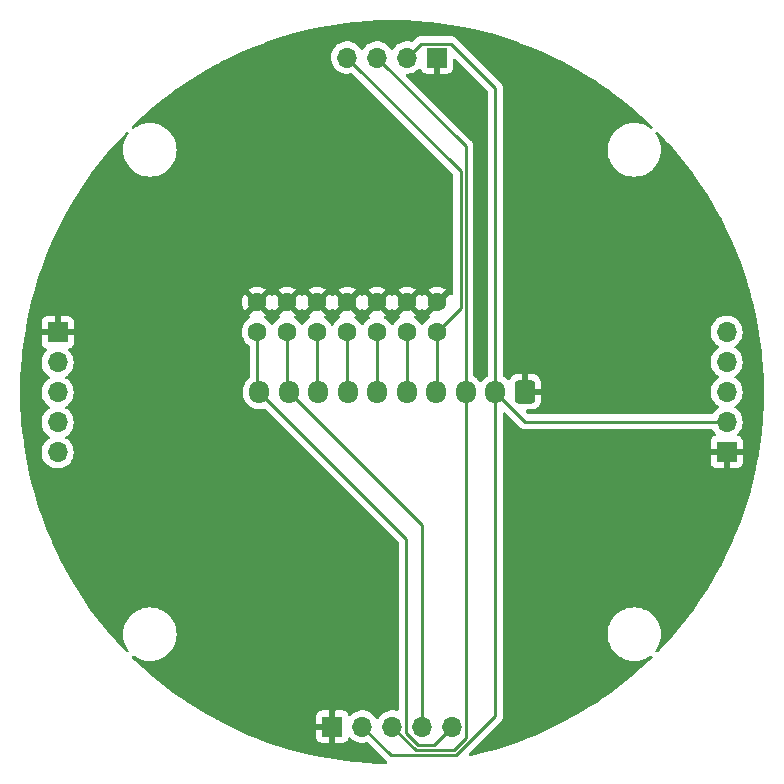
<source format=gbr>
%TF.GenerationSoftware,KiCad,Pcbnew,(6.0.5)*%
%TF.CreationDate,2022-10-17T22:48:29+09:00*%
%TF.ProjectId,line __,6c696e65-2071-4082-9e6b-696361645f70,rev?*%
%TF.SameCoordinates,Original*%
%TF.FileFunction,Copper,L1,Top*%
%TF.FilePolarity,Positive*%
%FSLAX46Y46*%
G04 Gerber Fmt 4.6, Leading zero omitted, Abs format (unit mm)*
G04 Created by KiCad (PCBNEW (6.0.5)) date 2022-10-17 22:48:29*
%MOMM*%
%LPD*%
G01*
G04 APERTURE LIST*
G04 Aperture macros list*
%AMRoundRect*
0 Rectangle with rounded corners*
0 $1 Rounding radius*
0 $2 $3 $4 $5 $6 $7 $8 $9 X,Y pos of 4 corners*
0 Add a 4 corners polygon primitive as box body*
4,1,4,$2,$3,$4,$5,$6,$7,$8,$9,$2,$3,0*
0 Add four circle primitives for the rounded corners*
1,1,$1+$1,$2,$3*
1,1,$1+$1,$4,$5*
1,1,$1+$1,$6,$7*
1,1,$1+$1,$8,$9*
0 Add four rect primitives between the rounded corners*
20,1,$1+$1,$2,$3,$4,$5,0*
20,1,$1+$1,$4,$5,$6,$7,0*
20,1,$1+$1,$6,$7,$8,$9,0*
20,1,$1+$1,$8,$9,$2,$3,0*%
G04 Aperture macros list end*
%TA.AperFunction,ComponentPad*%
%ADD10R,1.700000X1.700000*%
%TD*%
%TA.AperFunction,ComponentPad*%
%ADD11O,1.700000X1.700000*%
%TD*%
%TA.AperFunction,ComponentPad*%
%ADD12RoundRect,0.250000X0.600000X0.725000X-0.600000X0.725000X-0.600000X-0.725000X0.600000X-0.725000X0*%
%TD*%
%TA.AperFunction,ComponentPad*%
%ADD13O,1.700000X1.950000*%
%TD*%
%TA.AperFunction,ComponentPad*%
%ADD14C,1.600000*%
%TD*%
%TA.AperFunction,ViaPad*%
%ADD15C,0.800000*%
%TD*%
%TA.AperFunction,Conductor*%
%ADD16C,0.250000*%
%TD*%
G04 APERTURE END LIST*
D10*
%TO.P,J4,1,Pin_1*%
%TO.N,GND*%
X117729000Y-96540000D03*
D11*
%TO.P,J4,2,Pin_2*%
%TO.N,+5V*%
X117729000Y-99080000D03*
%TO.P,J4,3,Pin_3*%
%TO.N,\u53EF\u5909*%
X117729000Y-101620000D03*
%TO.P,J4,4,Pin_4*%
%TO.N, Line Left 1*%
X117729000Y-104160000D03*
%TO.P,J4,5,Pin_5*%
%TO.N,Line Left 2*%
X117729000Y-106700000D03*
%TD*%
D10*
%TO.P,J2,1,Pin_1*%
%TO.N,GND*%
X174371000Y-106660000D03*
D11*
%TO.P,J2,2,Pin_2*%
%TO.N,+5V*%
X174371000Y-104120000D03*
%TO.P,J2,3,Pin_3*%
%TO.N,\u53EF\u5909*%
X174371000Y-101580000D03*
%TO.P,J2,4,Pin_4*%
%TO.N,Line Right 1*%
X174371000Y-99040000D03*
%TO.P,J2,5,Pin_5*%
%TO.N,Line Right 2*%
X174371000Y-96500000D03*
%TD*%
D10*
%TO.P,J1,1,Pin_1*%
%TO.N,GND*%
X149860000Y-73279000D03*
D11*
%TO.P,J1,2,Pin_2*%
%TO.N,+5V*%
X147320000Y-73279000D03*
%TO.P,J1,3,Pin_3*%
%TO.N,\u53EF\u5909*%
X144780000Y-73279000D03*
%TO.P,J1,4,Pin_4*%
%TO.N,Line Front*%
X142240000Y-73279000D03*
%TD*%
D10*
%TO.P,J5,1,Pin_1*%
%TO.N,GND*%
X140990000Y-129921000D03*
D11*
%TO.P,J5,2,Pin_2*%
%TO.N,+5V*%
X143530000Y-129921000D03*
%TO.P,J5,3,Pin_3*%
%TO.N,\u53EF\u5909*%
X146070000Y-129921000D03*
%TO.P,J5,4,Pin_4*%
%TO.N,Line Back 1*%
X148610000Y-129921000D03*
%TO.P,J5,5,Pin_5*%
%TO.N,Line Back 2*%
X151150000Y-129921000D03*
%TD*%
D12*
%TO.P,J3,1,Pin_1*%
%TO.N,GND*%
X157300000Y-101583000D03*
D13*
%TO.P,J3,2,Pin_2*%
%TO.N,+5V*%
X154800000Y-101583000D03*
%TO.P,J3,3,Pin_3*%
%TO.N,\u53EF\u5909*%
X152300000Y-101583000D03*
%TO.P,J3,4,Pin_4*%
%TO.N,Line Front*%
X149800000Y-101583000D03*
%TO.P,J3,5,Pin_5*%
%TO.N,Line Right 1*%
X147300000Y-101583000D03*
%TO.P,J3,6,Pin_6*%
%TO.N,Line Right 2*%
X144800000Y-101583000D03*
%TO.P,J3,7,Pin_7*%
%TO.N, Line Left 1*%
X142300000Y-101583000D03*
%TO.P,J3,8,Pin_8*%
%TO.N,Line Left 2*%
X139800000Y-101583000D03*
%TO.P,J3,9,Pin_9*%
%TO.N,Line Back 1*%
X137300000Y-101583000D03*
%TO.P,J3,10,Pin_10*%
%TO.N,Line Back 2*%
X134800000Y-101583000D03*
%TD*%
D14*
%TO.P,C6,1*%
%TO.N,Line Back 1*%
X137160000Y-96500000D03*
%TO.P,C6,2*%
%TO.N,GND*%
X137160000Y-94000000D03*
%TD*%
%TO.P,C3,1*%
%TO.N,Line Right 2*%
X144780000Y-96520000D03*
%TO.P,C3,2*%
%TO.N,GND*%
X144780000Y-94020000D03*
%TD*%
%TO.P,C2,1*%
%TO.N,Line Right 1*%
X147320000Y-96500000D03*
%TO.P,C2,2*%
%TO.N,GND*%
X147320000Y-94000000D03*
%TD*%
%TO.P,C7,1*%
%TO.N,Line Back 2*%
X134620000Y-96500000D03*
%TO.P,C7,2*%
%TO.N,GND*%
X134620000Y-94000000D03*
%TD*%
%TO.P,C4,1*%
%TO.N, Line Left 1*%
X142260000Y-96500000D03*
%TO.P,C4,2*%
%TO.N,GND*%
X142260000Y-94000000D03*
%TD*%
%TO.P,C5,1*%
%TO.N,Line Left 2*%
X139700000Y-96500000D03*
%TO.P,C5,2*%
%TO.N,GND*%
X139700000Y-94000000D03*
%TD*%
%TO.P,C1,1*%
%TO.N,Line Front*%
X149860000Y-96500000D03*
%TO.P,C1,2*%
%TO.N,GND*%
X149860000Y-94000000D03*
%TD*%
D15*
%TO.N,GND*%
X135890000Y-95250000D03*
X156210000Y-104775000D03*
X165100000Y-102235000D03*
X143510000Y-95250000D03*
X135890000Y-76835000D03*
X146685000Y-87630000D03*
X130175000Y-118110000D03*
X140970000Y-109855000D03*
X121285000Y-86995000D03*
X162560000Y-114935000D03*
X148590000Y-95250000D03*
X161925000Y-88900000D03*
X161925000Y-78740000D03*
X171450000Y-102235000D03*
X138430000Y-95250000D03*
X140970000Y-95250000D03*
X172085000Y-92075000D03*
X130810000Y-84455000D03*
X153670000Y-89535000D03*
X133350000Y-125730000D03*
X146050000Y-95250000D03*
X156845000Y-83820000D03*
X153670000Y-95885000D03*
X151765000Y-76200000D03*
X167640000Y-109855000D03*
X155575000Y-73025000D03*
X167640000Y-86995000D03*
X137795000Y-116205000D03*
X121285000Y-111760000D03*
X137160000Y-121285000D03*
X165100000Y-94615000D03*
X123825000Y-95885000D03*
X145415000Y-114300000D03*
X121920000Y-117475000D03*
X158115000Y-120015000D03*
X129540000Y-111760000D03*
X138430000Y-89535000D03*
X127635000Y-90805000D03*
X137795000Y-83185000D03*
X142875000Y-122555000D03*
X133350000Y-98425000D03*
X170180000Y-117475000D03*
X120015000Y-100330000D03*
X158115000Y-109855000D03*
X144145000Y-81915000D03*
X137795000Y-130175000D03*
X130175000Y-95885000D03*
X153670000Y-80010000D03*
X135890000Y-110490000D03*
X157480000Y-92710000D03*
X160020000Y-102235000D03*
X160020000Y-126365000D03*
%TD*%
D16*
%TO.N,+5V*%
X151034511Y-72104489D02*
X148494511Y-72104489D01*
X154800000Y-129045718D02*
X154800000Y-101583000D01*
X157337000Y-104120000D02*
X174371000Y-104120000D01*
X154800000Y-101583000D02*
X157337000Y-104120000D01*
X145953040Y-132344040D02*
X151501678Y-132344040D01*
X154800000Y-101583000D02*
X154800000Y-75869978D01*
X154800000Y-75869978D02*
X151034511Y-72104489D01*
X151501678Y-132344040D02*
X154800000Y-129045718D01*
X143530000Y-129921000D02*
X145953040Y-132344040D01*
X148494511Y-72104489D02*
X147320000Y-73279000D01*
%TO.N,\u53EF\u5909*%
X151315480Y-131894520D02*
X152324511Y-130885489D01*
X152300000Y-80799000D02*
X144780000Y-73279000D01*
X152324511Y-130885489D02*
X152324511Y-101607511D01*
X148043520Y-131894520D02*
X151315480Y-131894520D01*
X146070000Y-129921000D02*
X148043520Y-131894520D01*
X152324511Y-101607511D02*
X152300000Y-101583000D01*
X152300000Y-101583000D02*
X152300000Y-80799000D01*
%TO.N,Line Front*%
X151850480Y-82889480D02*
X151850480Y-94509520D01*
X142240000Y-73279000D02*
X151850480Y-82889480D01*
X151850480Y-94509520D02*
X149860000Y-96500000D01*
X149860000Y-101523000D02*
X149800000Y-101583000D01*
X149860000Y-96500000D02*
X149860000Y-101523000D01*
%TO.N,Line Right 1*%
X147320000Y-96500000D02*
X147320000Y-101563000D01*
X147320000Y-101563000D02*
X147300000Y-101583000D01*
%TO.N,Line Right 2*%
X144780000Y-101563000D02*
X144800000Y-101583000D01*
X144780000Y-96520000D02*
X144780000Y-101563000D01*
%TO.N, Line Left 1*%
X142260000Y-101543000D02*
X142300000Y-101583000D01*
X142260000Y-96500000D02*
X142260000Y-101543000D01*
%TO.N,Line Left 2*%
X139700000Y-96500000D02*
X139700000Y-101483000D01*
X139700000Y-101483000D02*
X139800000Y-101583000D01*
%TO.N,Line Back 1*%
X137160000Y-96500000D02*
X137160000Y-101443000D01*
X137160000Y-101443000D02*
X137300000Y-101583000D01*
X148610000Y-112893000D02*
X137300000Y-101583000D01*
X148610000Y-129921000D02*
X148610000Y-112893000D01*
%TO.N,Line Back 2*%
X134620000Y-96500000D02*
X134620000Y-101403000D01*
X151150000Y-129921000D02*
X149626000Y-131445000D01*
X148229718Y-131445000D02*
X147244511Y-130459793D01*
X149626000Y-131445000D02*
X148229718Y-131445000D01*
X147244511Y-130459793D02*
X147244511Y-114027511D01*
X147244511Y-114027511D02*
X134800000Y-101583000D01*
X134620000Y-101403000D02*
X134800000Y-101583000D01*
%TD*%
%TA.AperFunction,Conductor*%
%TO.N,GND*%
G36*
X146882501Y-70123032D02*
G01*
X147146854Y-70127646D01*
X147151249Y-70127800D01*
X148244515Y-70185096D01*
X148248903Y-70185402D01*
X148903298Y-70242654D01*
X149339594Y-70280825D01*
X149343936Y-70281281D01*
X150430594Y-70414706D01*
X150434925Y-70415314D01*
X151516302Y-70586588D01*
X151520587Y-70587344D01*
X152595292Y-70796245D01*
X152599572Y-70797155D01*
X153437541Y-70990615D01*
X153666343Y-71043438D01*
X153670610Y-71044502D01*
X154728135Y-71327864D01*
X154732346Y-71329073D01*
X155198152Y-71471484D01*
X155779302Y-71649160D01*
X155783485Y-71650519D01*
X156818650Y-72006955D01*
X156822782Y-72008459D01*
X157844855Y-72400796D01*
X157848933Y-72402443D01*
X157954556Y-72447277D01*
X158856738Y-72830230D01*
X158860729Y-72832007D01*
X159853002Y-73294712D01*
X159856894Y-73296610D01*
X160622369Y-73686639D01*
X160832413Y-73793662D01*
X160836296Y-73795727D01*
X161793841Y-74326503D01*
X161797615Y-74328682D01*
X162736089Y-74892573D01*
X162739786Y-74894884D01*
X163198888Y-75193028D01*
X163657973Y-75491162D01*
X163661619Y-75493621D01*
X164558437Y-76121579D01*
X164561986Y-76124158D01*
X164606617Y-76157789D01*
X165436362Y-76783047D01*
X165439827Y-76785755D01*
X166290623Y-77474716D01*
X166293992Y-77477543D01*
X167120257Y-78195805D01*
X167123525Y-78198746D01*
X167882899Y-78906873D01*
X167924248Y-78945432D01*
X167927411Y-78948488D01*
X168063802Y-79084879D01*
X168097828Y-79147191D01*
X168092763Y-79218006D01*
X168050216Y-79274842D01*
X167983696Y-79299653D01*
X167914322Y-79284562D01*
X167904705Y-79278739D01*
X167691203Y-79136082D01*
X167687770Y-79133788D01*
X167684071Y-79131964D01*
X167684066Y-79131961D01*
X167445387Y-79014258D01*
X167422242Y-79002844D01*
X167262114Y-78948488D01*
X167145807Y-78909007D01*
X167145803Y-78909006D01*
X167141894Y-78907679D01*
X167137850Y-78906875D01*
X167137844Y-78906873D01*
X166855562Y-78850723D01*
X166855556Y-78850722D01*
X166851523Y-78849920D01*
X166847418Y-78849651D01*
X166847411Y-78849650D01*
X166560216Y-78830827D01*
X166556097Y-78830557D01*
X166551978Y-78830827D01*
X166264783Y-78849650D01*
X166264776Y-78849651D01*
X166260671Y-78849920D01*
X166256638Y-78850722D01*
X166256632Y-78850723D01*
X165974350Y-78906873D01*
X165974344Y-78906875D01*
X165970300Y-78907679D01*
X165966391Y-78909006D01*
X165966387Y-78909007D01*
X165850080Y-78948488D01*
X165689952Y-79002844D01*
X165666807Y-79014258D01*
X165428128Y-79131961D01*
X165428123Y-79131964D01*
X165424424Y-79133788D01*
X165420991Y-79136082D01*
X165181690Y-79295977D01*
X165181685Y-79295981D01*
X165178259Y-79298270D01*
X165175165Y-79300984D01*
X165175159Y-79300988D01*
X164958759Y-79490767D01*
X164955670Y-79493476D01*
X164952961Y-79496565D01*
X164763182Y-79712965D01*
X164763178Y-79712971D01*
X164760464Y-79716065D01*
X164758175Y-79719491D01*
X164758171Y-79719496D01*
X164755051Y-79724166D01*
X164595982Y-79962230D01*
X164465038Y-80227758D01*
X164463713Y-80231663D01*
X164463712Y-80231664D01*
X164373048Y-80498754D01*
X164369873Y-80508106D01*
X164369069Y-80512150D01*
X164369067Y-80512156D01*
X164313991Y-80789042D01*
X164312114Y-80798477D01*
X164311845Y-80802582D01*
X164311844Y-80802589D01*
X164306917Y-80877767D01*
X164292751Y-81093903D01*
X164293021Y-81098022D01*
X164310151Y-81359377D01*
X164312114Y-81389329D01*
X164312916Y-81393362D01*
X164312917Y-81393368D01*
X164360011Y-81630123D01*
X164369873Y-81679700D01*
X164465038Y-81960048D01*
X164466862Y-81963746D01*
X164590095Y-82213638D01*
X164595982Y-82225576D01*
X164760464Y-82471741D01*
X164763178Y-82474835D01*
X164763182Y-82474841D01*
X164952961Y-82691241D01*
X164955670Y-82694330D01*
X164958759Y-82697039D01*
X165175159Y-82886818D01*
X165175165Y-82886822D01*
X165178259Y-82889536D01*
X165181685Y-82891825D01*
X165181690Y-82891829D01*
X165365502Y-83014647D01*
X165424424Y-83054018D01*
X165428123Y-83055842D01*
X165428128Y-83055845D01*
X165548041Y-83114979D01*
X165689952Y-83184962D01*
X165693857Y-83186287D01*
X165693858Y-83186288D01*
X165966387Y-83278799D01*
X165966391Y-83278800D01*
X165970300Y-83280127D01*
X165974344Y-83280931D01*
X165974350Y-83280933D01*
X166256632Y-83337083D01*
X166256638Y-83337084D01*
X166260671Y-83337886D01*
X166264776Y-83338155D01*
X166264783Y-83338156D01*
X166551978Y-83356979D01*
X166556097Y-83357249D01*
X166560216Y-83356979D01*
X166847411Y-83338156D01*
X166847418Y-83338155D01*
X166851523Y-83337886D01*
X166855556Y-83337084D01*
X166855562Y-83337083D01*
X167137844Y-83280933D01*
X167137850Y-83280931D01*
X167141894Y-83280127D01*
X167145803Y-83278800D01*
X167145807Y-83278799D01*
X167418336Y-83186288D01*
X167418337Y-83186287D01*
X167422242Y-83184962D01*
X167564153Y-83114979D01*
X167684066Y-83055845D01*
X167684071Y-83055842D01*
X167687770Y-83054018D01*
X167746692Y-83014647D01*
X167930504Y-82891829D01*
X167930509Y-82891825D01*
X167933935Y-82889536D01*
X167937029Y-82886822D01*
X167937035Y-82886818D01*
X168153435Y-82697039D01*
X168156524Y-82694330D01*
X168159233Y-82691241D01*
X168349012Y-82474841D01*
X168349016Y-82474835D01*
X168351730Y-82471741D01*
X168516212Y-82225576D01*
X168522100Y-82213638D01*
X168645332Y-81963746D01*
X168647156Y-81960048D01*
X168742321Y-81679700D01*
X168752183Y-81630123D01*
X168799277Y-81393368D01*
X168799278Y-81393362D01*
X168800080Y-81389329D01*
X168802044Y-81359377D01*
X168819173Y-81098022D01*
X168819443Y-81093903D01*
X168805277Y-80877767D01*
X168800350Y-80802589D01*
X168800349Y-80802582D01*
X168800080Y-80798477D01*
X168798204Y-80789042D01*
X168743127Y-80512156D01*
X168743125Y-80512150D01*
X168742321Y-80508106D01*
X168739147Y-80498754D01*
X168648482Y-80231664D01*
X168648481Y-80231663D01*
X168647156Y-80227758D01*
X168516212Y-79962230D01*
X168371261Y-79745295D01*
X168350046Y-79677542D01*
X168368829Y-79609075D01*
X168421646Y-79561632D01*
X168491729Y-79550275D01*
X168556826Y-79578611D01*
X168565121Y-79586198D01*
X168701512Y-79722589D01*
X168704567Y-79725751D01*
X169172696Y-80227758D01*
X169451253Y-80526474D01*
X169454195Y-80529743D01*
X170172457Y-81356008D01*
X170175284Y-81359377D01*
X170864245Y-82210173D01*
X170866951Y-82213636D01*
X171501602Y-83055845D01*
X171525836Y-83088005D01*
X171528415Y-83091554D01*
X171594748Y-83186288D01*
X172156379Y-83988381D01*
X172158838Y-83992027D01*
X172755106Y-84910197D01*
X172757437Y-84913927D01*
X173321308Y-85852367D01*
X173323507Y-85856176D01*
X173854273Y-86813704D01*
X173856338Y-86817587D01*
X174353390Y-87793106D01*
X174355288Y-87796998D01*
X174817987Y-88789258D01*
X174819776Y-88793276D01*
X175247557Y-89801067D01*
X175249204Y-89805145D01*
X175641541Y-90827218D01*
X175643045Y-90831350D01*
X175999481Y-91866515D01*
X176000840Y-91870698D01*
X176309595Y-92880586D01*
X176320925Y-92917646D01*
X176322136Y-92921865D01*
X176471106Y-93477832D01*
X176605498Y-93979390D01*
X176606562Y-93983657D01*
X176779875Y-94734356D01*
X176852843Y-95050417D01*
X176853755Y-95054708D01*
X177051255Y-96070757D01*
X177062652Y-96129390D01*
X177063412Y-96133698D01*
X177231892Y-97197438D01*
X177234684Y-97215063D01*
X177235294Y-97219406D01*
X177361624Y-98248277D01*
X177368717Y-98306049D01*
X177369175Y-98310406D01*
X177407346Y-98746702D01*
X177464598Y-99401097D01*
X177464904Y-99405485D01*
X177522200Y-100498751D01*
X177522354Y-100503146D01*
X177525623Y-100690394D01*
X177541179Y-101581562D01*
X177541462Y-101597801D01*
X177541462Y-101602177D01*
X177533952Y-102032425D01*
X177522354Y-102696854D01*
X177522200Y-102701249D01*
X177464904Y-103794515D01*
X177464598Y-103798903D01*
X177432712Y-104163365D01*
X177371216Y-104866277D01*
X177369177Y-104889578D01*
X177368719Y-104893936D01*
X177251770Y-105846411D01*
X177235296Y-105980581D01*
X177234686Y-105984925D01*
X177075019Y-106993023D01*
X177063416Y-107066279D01*
X177062656Y-107070587D01*
X176875383Y-108034025D01*
X176853757Y-108145281D01*
X176852843Y-108149583D01*
X176606562Y-109216343D01*
X176605498Y-109220610D01*
X176322138Y-110278126D01*
X176320925Y-110282354D01*
X176000840Y-111329302D01*
X175999481Y-111333485D01*
X175643045Y-112368650D01*
X175641541Y-112372782D01*
X175249204Y-113394855D01*
X175247557Y-113398933D01*
X175111317Y-113719894D01*
X174885024Y-114253010D01*
X174819776Y-114406724D01*
X174817993Y-114410729D01*
X174355288Y-115403002D01*
X174353390Y-115406894D01*
X174126109Y-115852959D01*
X173856338Y-116382413D01*
X173854273Y-116386296D01*
X173323507Y-117343824D01*
X173321308Y-117347633D01*
X172757437Y-118286073D01*
X172755106Y-118289803D01*
X172158838Y-119207973D01*
X172156379Y-119211619D01*
X171593820Y-120015038D01*
X171528421Y-120108437D01*
X171525842Y-120111986D01*
X170944497Y-120883458D01*
X170866953Y-120986362D01*
X170864245Y-120989827D01*
X170175284Y-121840623D01*
X170172457Y-121843992D01*
X169454195Y-122670257D01*
X169451254Y-122673525D01*
X169169248Y-122975940D01*
X168704568Y-123474248D01*
X168701512Y-123477411D01*
X168565121Y-123613802D01*
X168502809Y-123647828D01*
X168431994Y-123642763D01*
X168375158Y-123600216D01*
X168350347Y-123533696D01*
X168365438Y-123464322D01*
X168371261Y-123454705D01*
X168513918Y-123241203D01*
X168516212Y-123237770D01*
X168647156Y-122972242D01*
X168742321Y-122691894D01*
X168800080Y-122401523D01*
X168819443Y-122106097D01*
X168802264Y-121843992D01*
X168800350Y-121814783D01*
X168800349Y-121814776D01*
X168800080Y-121810671D01*
X168742321Y-121520300D01*
X168647156Y-121239952D01*
X168522958Y-120988103D01*
X168518039Y-120978128D01*
X168518036Y-120978123D01*
X168516212Y-120974424D01*
X168351730Y-120728259D01*
X168349016Y-120725165D01*
X168349012Y-120725159D01*
X168159233Y-120508759D01*
X168156524Y-120505670D01*
X168153435Y-120502961D01*
X167937035Y-120313182D01*
X167937029Y-120313178D01*
X167933935Y-120310464D01*
X167930509Y-120308175D01*
X167930504Y-120308171D01*
X167691203Y-120148276D01*
X167687770Y-120145982D01*
X167684071Y-120144158D01*
X167684066Y-120144155D01*
X167547784Y-120076949D01*
X167422242Y-120015038D01*
X167418336Y-120013712D01*
X167145807Y-119921201D01*
X167145803Y-119921200D01*
X167141894Y-119919873D01*
X167137850Y-119919069D01*
X167137844Y-119919067D01*
X166855562Y-119862917D01*
X166855556Y-119862916D01*
X166851523Y-119862114D01*
X166847418Y-119861845D01*
X166847411Y-119861844D01*
X166560216Y-119843021D01*
X166556097Y-119842751D01*
X166551978Y-119843021D01*
X166264783Y-119861844D01*
X166264776Y-119861845D01*
X166260671Y-119862114D01*
X166256638Y-119862916D01*
X166256632Y-119862917D01*
X165974350Y-119919067D01*
X165974344Y-119919069D01*
X165970300Y-119919873D01*
X165966391Y-119921200D01*
X165966387Y-119921201D01*
X165693858Y-120013712D01*
X165689952Y-120015038D01*
X165564410Y-120076949D01*
X165428128Y-120144155D01*
X165428123Y-120144158D01*
X165424424Y-120145982D01*
X165420991Y-120148276D01*
X165181690Y-120308171D01*
X165181685Y-120308175D01*
X165178259Y-120310464D01*
X165175165Y-120313178D01*
X165175159Y-120313182D01*
X164958759Y-120502961D01*
X164955670Y-120505670D01*
X164952961Y-120508759D01*
X164763182Y-120725159D01*
X164763178Y-120725165D01*
X164760464Y-120728259D01*
X164595982Y-120974424D01*
X164594158Y-120978123D01*
X164594155Y-120978128D01*
X164589236Y-120988103D01*
X164465038Y-121239952D01*
X164369873Y-121520300D01*
X164312114Y-121810671D01*
X164311845Y-121814776D01*
X164311844Y-121814783D01*
X164309930Y-121843992D01*
X164292751Y-122106097D01*
X164312114Y-122401523D01*
X164369873Y-122691894D01*
X164465038Y-122972242D01*
X164595982Y-123237770D01*
X164598276Y-123241203D01*
X164756105Y-123477411D01*
X164760464Y-123483935D01*
X164763178Y-123487029D01*
X164763182Y-123487035D01*
X164899753Y-123642763D01*
X164955670Y-123706524D01*
X164958759Y-123709233D01*
X165175159Y-123899012D01*
X165175165Y-123899016D01*
X165178259Y-123901730D01*
X165181685Y-123904019D01*
X165181690Y-123904023D01*
X165365502Y-124026841D01*
X165424424Y-124066212D01*
X165428123Y-124068036D01*
X165428128Y-124068039D01*
X165564410Y-124135245D01*
X165689952Y-124197156D01*
X165693857Y-124198481D01*
X165693858Y-124198482D01*
X165966387Y-124290993D01*
X165966391Y-124290994D01*
X165970300Y-124292321D01*
X165974344Y-124293125D01*
X165974350Y-124293127D01*
X166256632Y-124349277D01*
X166256638Y-124349278D01*
X166260671Y-124350080D01*
X166264776Y-124350349D01*
X166264783Y-124350350D01*
X166551978Y-124369173D01*
X166556097Y-124369443D01*
X166560216Y-124369173D01*
X166847411Y-124350350D01*
X166847418Y-124350349D01*
X166851523Y-124350080D01*
X166855556Y-124349278D01*
X166855562Y-124349277D01*
X167137844Y-124293127D01*
X167137850Y-124293125D01*
X167141894Y-124292321D01*
X167145803Y-124290994D01*
X167145807Y-124290993D01*
X167418336Y-124198482D01*
X167418337Y-124198481D01*
X167422242Y-124197156D01*
X167547784Y-124135245D01*
X167684066Y-124068039D01*
X167684071Y-124068036D01*
X167687770Y-124066212D01*
X167829298Y-123971646D01*
X167904705Y-123921261D01*
X167972458Y-123900046D01*
X168040925Y-123918829D01*
X168088368Y-123971646D01*
X168099725Y-124041729D01*
X168071389Y-124106826D01*
X168063802Y-124115121D01*
X167927411Y-124251512D01*
X167924249Y-124254567D01*
X167822685Y-124349277D01*
X167123526Y-125001253D01*
X167120257Y-125004195D01*
X166293992Y-125722457D01*
X166290623Y-125725284D01*
X165439827Y-126414245D01*
X165436362Y-126416953D01*
X164561995Y-127075836D01*
X164558437Y-127078421D01*
X163661619Y-127706379D01*
X163657973Y-127708838D01*
X163357551Y-127903935D01*
X162739786Y-128305116D01*
X162736089Y-128307427D01*
X161797615Y-128871318D01*
X161793841Y-128873497D01*
X161148640Y-129231138D01*
X160836296Y-129404273D01*
X160832413Y-129406338D01*
X159856894Y-129903390D01*
X159853002Y-129905288D01*
X158860729Y-130367993D01*
X158856738Y-130369770D01*
X158297147Y-130607302D01*
X157848933Y-130797557D01*
X157844855Y-130799204D01*
X156822782Y-131191541D01*
X156818650Y-131193045D01*
X155783485Y-131549481D01*
X155779302Y-131550840D01*
X154732354Y-131870925D01*
X154728135Y-131872136D01*
X153995813Y-132068360D01*
X153670610Y-132155498D01*
X153666343Y-132156562D01*
X152688646Y-132382281D01*
X152617772Y-132378115D01*
X152560400Y-132336293D01*
X152534747Y-132270093D01*
X152548957Y-132200533D01*
X152571207Y-132170415D01*
X155192247Y-129549375D01*
X155200537Y-129541831D01*
X155207018Y-129537718D01*
X155253659Y-129488050D01*
X155256413Y-129485209D01*
X155276135Y-129465487D01*
X155278619Y-129462285D01*
X155286317Y-129453273D01*
X155311161Y-129426816D01*
X155316586Y-129421039D01*
X155326347Y-129403284D01*
X155337198Y-129386765D01*
X155349614Y-129370759D01*
X155367174Y-129330181D01*
X155372391Y-129319531D01*
X155393695Y-129280778D01*
X155398733Y-129261155D01*
X155405137Y-129242452D01*
X155410033Y-129231138D01*
X155410033Y-129231137D01*
X155413181Y-129223863D01*
X155414420Y-129216040D01*
X155414423Y-129216030D01*
X155420099Y-129180194D01*
X155422505Y-129168574D01*
X155431528Y-129133429D01*
X155431528Y-129133428D01*
X155433500Y-129125748D01*
X155433500Y-129105494D01*
X155435051Y-129085783D01*
X155436980Y-129073604D01*
X155438220Y-129065775D01*
X155434059Y-129021756D01*
X155433500Y-129009899D01*
X155433500Y-107554669D01*
X173013001Y-107554669D01*
X173013371Y-107561490D01*
X173018895Y-107612352D01*
X173022521Y-107627604D01*
X173067676Y-107748054D01*
X173076214Y-107763649D01*
X173152715Y-107865724D01*
X173165276Y-107878285D01*
X173267351Y-107954786D01*
X173282946Y-107963324D01*
X173403394Y-108008478D01*
X173418649Y-108012105D01*
X173469514Y-108017631D01*
X173476328Y-108018000D01*
X174098885Y-108018000D01*
X174114124Y-108013525D01*
X174115329Y-108012135D01*
X174117000Y-108004452D01*
X174117000Y-107999884D01*
X174625000Y-107999884D01*
X174629475Y-108015123D01*
X174630865Y-108016328D01*
X174638548Y-108017999D01*
X175265669Y-108017999D01*
X175272490Y-108017629D01*
X175323352Y-108012105D01*
X175338604Y-108008479D01*
X175459054Y-107963324D01*
X175474649Y-107954786D01*
X175576724Y-107878285D01*
X175589285Y-107865724D01*
X175665786Y-107763649D01*
X175674324Y-107748054D01*
X175719478Y-107627606D01*
X175723105Y-107612351D01*
X175728631Y-107561486D01*
X175729000Y-107554672D01*
X175729000Y-106932115D01*
X175724525Y-106916876D01*
X175723135Y-106915671D01*
X175715452Y-106914000D01*
X174643115Y-106914000D01*
X174627876Y-106918475D01*
X174626671Y-106919865D01*
X174625000Y-106927548D01*
X174625000Y-107999884D01*
X174117000Y-107999884D01*
X174117000Y-106932115D01*
X174112525Y-106916876D01*
X174111135Y-106915671D01*
X174103452Y-106914000D01*
X173031116Y-106914000D01*
X173015877Y-106918475D01*
X173014672Y-106919865D01*
X173013001Y-106927548D01*
X173013001Y-107554669D01*
X155433500Y-107554669D01*
X155433500Y-103416594D01*
X155453502Y-103348473D01*
X155507158Y-103301980D01*
X155577432Y-103291876D01*
X155642012Y-103321370D01*
X155648593Y-103327497D01*
X156253437Y-103932342D01*
X156833348Y-104512253D01*
X156840888Y-104520539D01*
X156845000Y-104527018D01*
X156850777Y-104532443D01*
X156894651Y-104573643D01*
X156897493Y-104576398D01*
X156917230Y-104596135D01*
X156920427Y-104598615D01*
X156929447Y-104606318D01*
X156961679Y-104636586D01*
X156968625Y-104640405D01*
X156968628Y-104640407D01*
X156979434Y-104646348D01*
X156995953Y-104657199D01*
X157011959Y-104669614D01*
X157019228Y-104672759D01*
X157019232Y-104672762D01*
X157052537Y-104687174D01*
X157063187Y-104692391D01*
X157101940Y-104713695D01*
X157109615Y-104715666D01*
X157109616Y-104715666D01*
X157121562Y-104718733D01*
X157140267Y-104725137D01*
X157158855Y-104733181D01*
X157166678Y-104734420D01*
X157166688Y-104734423D01*
X157202524Y-104740099D01*
X157214144Y-104742505D01*
X157249289Y-104751528D01*
X157256970Y-104753500D01*
X157277224Y-104753500D01*
X157296934Y-104755051D01*
X157316943Y-104758220D01*
X157324835Y-104757474D01*
X157360961Y-104754059D01*
X157372819Y-104753500D01*
X173095274Y-104753500D01*
X173163395Y-104773502D01*
X173202707Y-104813665D01*
X173270987Y-104925088D01*
X173417250Y-105093938D01*
X173421225Y-105097238D01*
X173421231Y-105097244D01*
X173426425Y-105101556D01*
X173466059Y-105160460D01*
X173467555Y-105231441D01*
X173430439Y-105291962D01*
X173390168Y-105316480D01*
X173282946Y-105356676D01*
X173267351Y-105365214D01*
X173165276Y-105441715D01*
X173152715Y-105454276D01*
X173076214Y-105556351D01*
X173067676Y-105571946D01*
X173022522Y-105692394D01*
X173018895Y-105707649D01*
X173013369Y-105758514D01*
X173013000Y-105765328D01*
X173013000Y-106387885D01*
X173017475Y-106403124D01*
X173018865Y-106404329D01*
X173026548Y-106406000D01*
X175710884Y-106406000D01*
X175726123Y-106401525D01*
X175727328Y-106400135D01*
X175728999Y-106392452D01*
X175728999Y-105765331D01*
X175728629Y-105758510D01*
X175723105Y-105707648D01*
X175719479Y-105692396D01*
X175674324Y-105571946D01*
X175665786Y-105556351D01*
X175589285Y-105454276D01*
X175576724Y-105441715D01*
X175474649Y-105365214D01*
X175459054Y-105356676D01*
X175348813Y-105315348D01*
X175292049Y-105272706D01*
X175267349Y-105206145D01*
X175282557Y-105136796D01*
X175304104Y-105108115D01*
X175405430Y-105007144D01*
X175405440Y-105007132D01*
X175409096Y-105003489D01*
X175539453Y-104822077D01*
X175543611Y-104813665D01*
X175636136Y-104626453D01*
X175636137Y-104626451D01*
X175638430Y-104621811D01*
X175703370Y-104408069D01*
X175732529Y-104186590D01*
X175732611Y-104183240D01*
X175734074Y-104123365D01*
X175734074Y-104123361D01*
X175734156Y-104120000D01*
X175715852Y-103897361D01*
X175661431Y-103680702D01*
X175572354Y-103475840D01*
X175472423Y-103321370D01*
X175453822Y-103292617D01*
X175453820Y-103292614D01*
X175451014Y-103288277D01*
X175300670Y-103123051D01*
X175296619Y-103119852D01*
X175296615Y-103119848D01*
X175129414Y-102987800D01*
X175129410Y-102987798D01*
X175125359Y-102984598D01*
X175084053Y-102961796D01*
X175034084Y-102911364D01*
X175019312Y-102841921D01*
X175044428Y-102775516D01*
X175071780Y-102748909D01*
X175138597Y-102701249D01*
X175250860Y-102621173D01*
X175278191Y-102593938D01*
X175392281Y-102480245D01*
X175409096Y-102463489D01*
X175468594Y-102380689D01*
X175536435Y-102286277D01*
X175539453Y-102282077D01*
X175565276Y-102229829D01*
X175636136Y-102086453D01*
X175636137Y-102086451D01*
X175638430Y-102081811D01*
X175703370Y-101868069D01*
X175732529Y-101646590D01*
X175732611Y-101643240D01*
X175734074Y-101583365D01*
X175734074Y-101583361D01*
X175734156Y-101580000D01*
X175715852Y-101357361D01*
X175661431Y-101140702D01*
X175572354Y-100935840D01*
X175474420Y-100784457D01*
X175453822Y-100752617D01*
X175453820Y-100752614D01*
X175451014Y-100748277D01*
X175300670Y-100583051D01*
X175296619Y-100579852D01*
X175296615Y-100579848D01*
X175129414Y-100447800D01*
X175129410Y-100447798D01*
X175125359Y-100444598D01*
X175084053Y-100421796D01*
X175034084Y-100371364D01*
X175019312Y-100301921D01*
X175044428Y-100235516D01*
X175071780Y-100208909D01*
X175124650Y-100171197D01*
X175250860Y-100081173D01*
X175278191Y-100053938D01*
X175405435Y-99927137D01*
X175409096Y-99923489D01*
X175468594Y-99840689D01*
X175536435Y-99746277D01*
X175539453Y-99742077D01*
X175565276Y-99689829D01*
X175636136Y-99546453D01*
X175636137Y-99546451D01*
X175638430Y-99541811D01*
X175703370Y-99328069D01*
X175732529Y-99106590D01*
X175732611Y-99103240D01*
X175734074Y-99043365D01*
X175734074Y-99043361D01*
X175734156Y-99040000D01*
X175715852Y-98817361D01*
X175661431Y-98600702D01*
X175572354Y-98395840D01*
X175476891Y-98248277D01*
X175453822Y-98212617D01*
X175453820Y-98212614D01*
X175451014Y-98208277D01*
X175300670Y-98043051D01*
X175296619Y-98039852D01*
X175296615Y-98039848D01*
X175129414Y-97907800D01*
X175129410Y-97907798D01*
X175125359Y-97904598D01*
X175084053Y-97881796D01*
X175034084Y-97831364D01*
X175019312Y-97761921D01*
X175044428Y-97695516D01*
X175071780Y-97668909D01*
X175129057Y-97628054D01*
X175250860Y-97541173D01*
X175262718Y-97529357D01*
X175405435Y-97387137D01*
X175409096Y-97383489D01*
X175420085Y-97368197D01*
X175536435Y-97206277D01*
X175539453Y-97202077D01*
X175554438Y-97171758D01*
X175636136Y-97006453D01*
X175636137Y-97006451D01*
X175638430Y-97001811D01*
X175699786Y-96799865D01*
X175701865Y-96793023D01*
X175701865Y-96793021D01*
X175703370Y-96788069D01*
X175732529Y-96566590D01*
X175734156Y-96500000D01*
X175715852Y-96277361D01*
X175661431Y-96060702D01*
X175572354Y-95855840D01*
X175517129Y-95770475D01*
X175453822Y-95672617D01*
X175453820Y-95672614D01*
X175451014Y-95668277D01*
X175300670Y-95503051D01*
X175296619Y-95499852D01*
X175296615Y-95499848D01*
X175129414Y-95367800D01*
X175129410Y-95367798D01*
X175125359Y-95364598D01*
X175114909Y-95358829D01*
X175047676Y-95321715D01*
X174929789Y-95256638D01*
X174924920Y-95254914D01*
X174924916Y-95254912D01*
X174724087Y-95183795D01*
X174724083Y-95183794D01*
X174719212Y-95182069D01*
X174714119Y-95181162D01*
X174714116Y-95181161D01*
X174504373Y-95143800D01*
X174504367Y-95143799D01*
X174499284Y-95142894D01*
X174425452Y-95141992D01*
X174281081Y-95140228D01*
X174281079Y-95140228D01*
X174275911Y-95140165D01*
X174055091Y-95173955D01*
X173842756Y-95243357D01*
X173644607Y-95346507D01*
X173640474Y-95349610D01*
X173640471Y-95349612D01*
X173504175Y-95451946D01*
X173465965Y-95480635D01*
X173311629Y-95642138D01*
X173308715Y-95646410D01*
X173308714Y-95646411D01*
X173285657Y-95680211D01*
X173185743Y-95826680D01*
X173091688Y-96029305D01*
X173031989Y-96244570D01*
X173008251Y-96466695D01*
X173008548Y-96471848D01*
X173008548Y-96471851D01*
X173014011Y-96566590D01*
X173021110Y-96689715D01*
X173022247Y-96694761D01*
X173022248Y-96694767D01*
X173030955Y-96733402D01*
X173070222Y-96907639D01*
X173108461Y-97001811D01*
X173138181Y-97075002D01*
X173154266Y-97114616D01*
X173270987Y-97305088D01*
X173417250Y-97473938D01*
X173589126Y-97616632D01*
X173624877Y-97637523D01*
X173662445Y-97659476D01*
X173711169Y-97711114D01*
X173724240Y-97780897D01*
X173697509Y-97846669D01*
X173657055Y-97880027D01*
X173644607Y-97886507D01*
X173640474Y-97889610D01*
X173640471Y-97889612D01*
X173470100Y-98017530D01*
X173465965Y-98020635D01*
X173311629Y-98182138D01*
X173185743Y-98366680D01*
X173091688Y-98569305D01*
X173031989Y-98784570D01*
X173008251Y-99006695D01*
X173008548Y-99011848D01*
X173008548Y-99011851D01*
X173014011Y-99106590D01*
X173021110Y-99229715D01*
X173022247Y-99234761D01*
X173022248Y-99234767D01*
X173031263Y-99274767D01*
X173070222Y-99447639D01*
X173154266Y-99654616D01*
X173270987Y-99845088D01*
X173417250Y-100013938D01*
X173554542Y-100127920D01*
X173582174Y-100150860D01*
X173589126Y-100156632D01*
X173613305Y-100170761D01*
X173662445Y-100199476D01*
X173711169Y-100251114D01*
X173724240Y-100320897D01*
X173697509Y-100386669D01*
X173657055Y-100420027D01*
X173644607Y-100426507D01*
X173640474Y-100429610D01*
X173640471Y-100429612D01*
X173478038Y-100551570D01*
X173465965Y-100560635D01*
X173311629Y-100722138D01*
X173185743Y-100906680D01*
X173091688Y-101109305D01*
X173031989Y-101324570D01*
X173008251Y-101546695D01*
X173008548Y-101551848D01*
X173008548Y-101551851D01*
X173020736Y-101763230D01*
X173021110Y-101769715D01*
X173022247Y-101774761D01*
X173022248Y-101774767D01*
X173040356Y-101855115D01*
X173070222Y-101987639D01*
X173154266Y-102194616D01*
X173178778Y-102234616D01*
X173259414Y-102366202D01*
X173270987Y-102385088D01*
X173417250Y-102553938D01*
X173589126Y-102696632D01*
X173650196Y-102732318D01*
X173662445Y-102739476D01*
X173711169Y-102791114D01*
X173724240Y-102860897D01*
X173697509Y-102926669D01*
X173657055Y-102960027D01*
X173644607Y-102966507D01*
X173640474Y-102969610D01*
X173640471Y-102969612D01*
X173470100Y-103097530D01*
X173465965Y-103100635D01*
X173311629Y-103262138D01*
X173308715Y-103266410D01*
X173308714Y-103266411D01*
X173196095Y-103431504D01*
X173141184Y-103476507D01*
X173092007Y-103486500D01*
X157651594Y-103486500D01*
X157583473Y-103466498D01*
X157562499Y-103449595D01*
X157393999Y-103281095D01*
X157359973Y-103218783D01*
X157365038Y-103147968D01*
X157407585Y-103091132D01*
X157474105Y-103066321D01*
X157483094Y-103066000D01*
X157947095Y-103065999D01*
X157953614Y-103065662D01*
X158049206Y-103055743D01*
X158062600Y-103052851D01*
X158216784Y-103001412D01*
X158229962Y-102995239D01*
X158367807Y-102909937D01*
X158379208Y-102900901D01*
X158493739Y-102786171D01*
X158502751Y-102774760D01*
X158587816Y-102636757D01*
X158593963Y-102623576D01*
X158645138Y-102469290D01*
X158648005Y-102455914D01*
X158657672Y-102361562D01*
X158658000Y-102355146D01*
X158658000Y-101855115D01*
X158653525Y-101839876D01*
X158652135Y-101838671D01*
X158644452Y-101837000D01*
X157172000Y-101837000D01*
X157103879Y-101816998D01*
X157057386Y-101763342D01*
X157046000Y-101711000D01*
X157046000Y-101310885D01*
X157554000Y-101310885D01*
X157558475Y-101326124D01*
X157559865Y-101327329D01*
X157567548Y-101329000D01*
X158639884Y-101329000D01*
X158655123Y-101324525D01*
X158656328Y-101323135D01*
X158657999Y-101315452D01*
X158657999Y-100810905D01*
X158657662Y-100804386D01*
X158647743Y-100708794D01*
X158644851Y-100695400D01*
X158593412Y-100541216D01*
X158587239Y-100528038D01*
X158501937Y-100390193D01*
X158492901Y-100378792D01*
X158378171Y-100264261D01*
X158366760Y-100255249D01*
X158228757Y-100170184D01*
X158215576Y-100164037D01*
X158061290Y-100112862D01*
X158047914Y-100109995D01*
X157953562Y-100100328D01*
X157947145Y-100100000D01*
X157572115Y-100100000D01*
X157556876Y-100104475D01*
X157555671Y-100105865D01*
X157554000Y-100113548D01*
X157554000Y-101310885D01*
X157046000Y-101310885D01*
X157046000Y-100118116D01*
X157041525Y-100102877D01*
X157040135Y-100101672D01*
X157032452Y-100100001D01*
X156652905Y-100100001D01*
X156646386Y-100100338D01*
X156550794Y-100110257D01*
X156537400Y-100113149D01*
X156383216Y-100164588D01*
X156370038Y-100170761D01*
X156232193Y-100256063D01*
X156220792Y-100265099D01*
X156106261Y-100379829D01*
X156097247Y-100391243D01*
X156011277Y-100530713D01*
X155958505Y-100578207D01*
X155888434Y-100589631D01*
X155823310Y-100561357D01*
X155812847Y-100551570D01*
X155792951Y-100530713D01*
X155703424Y-100436865D01*
X155686292Y-100424118D01*
X155522740Y-100302432D01*
X155522741Y-100302432D01*
X155518458Y-100299246D01*
X155513706Y-100296830D01*
X155513698Y-100296825D01*
X155502394Y-100291078D01*
X155450737Y-100242375D01*
X155433500Y-100178762D01*
X155433500Y-75948746D01*
X155434027Y-75937563D01*
X155435702Y-75930070D01*
X155433562Y-75861979D01*
X155433500Y-75858022D01*
X155433500Y-75830122D01*
X155432996Y-75826131D01*
X155432063Y-75814289D01*
X155430923Y-75778014D01*
X155430674Y-75770089D01*
X155425021Y-75750630D01*
X155421012Y-75731271D01*
X155420846Y-75729961D01*
X155418474Y-75711181D01*
X155415558Y-75703815D01*
X155415556Y-75703809D01*
X155402200Y-75670076D01*
X155398355Y-75658846D01*
X155388230Y-75623995D01*
X155388230Y-75623994D01*
X155386019Y-75616385D01*
X155375705Y-75598944D01*
X155367008Y-75581191D01*
X155362472Y-75569736D01*
X155359552Y-75562361D01*
X155333563Y-75526590D01*
X155327047Y-75516670D01*
X155312672Y-75492363D01*
X155304542Y-75478616D01*
X155290221Y-75464295D01*
X155277380Y-75449261D01*
X155270131Y-75439284D01*
X155265472Y-75432871D01*
X155231395Y-75404680D01*
X155222616Y-75396690D01*
X151538163Y-71712236D01*
X151530623Y-71703950D01*
X151526511Y-71697471D01*
X151476859Y-71650845D01*
X151474018Y-71648091D01*
X151454281Y-71628354D01*
X151451084Y-71625874D01*
X151442062Y-71618169D01*
X151428627Y-71605553D01*
X151409832Y-71587903D01*
X151402886Y-71584084D01*
X151402883Y-71584082D01*
X151392077Y-71578141D01*
X151375558Y-71567290D01*
X151375094Y-71566930D01*
X151359552Y-71554875D01*
X151352283Y-71551730D01*
X151352279Y-71551727D01*
X151318974Y-71537315D01*
X151308324Y-71532098D01*
X151269571Y-71510794D01*
X151249948Y-71505756D01*
X151231245Y-71499352D01*
X151219931Y-71494456D01*
X151219930Y-71494456D01*
X151212656Y-71491308D01*
X151204833Y-71490069D01*
X151204823Y-71490066D01*
X151168987Y-71484390D01*
X151157367Y-71481984D01*
X151122222Y-71472961D01*
X151122221Y-71472961D01*
X151114541Y-71470989D01*
X151094287Y-71470989D01*
X151074576Y-71469438D01*
X151072045Y-71469037D01*
X151054568Y-71466269D01*
X151046676Y-71467015D01*
X151010550Y-71470430D01*
X150998692Y-71470989D01*
X148573274Y-71470989D01*
X148562090Y-71470462D01*
X148554602Y-71468788D01*
X148546679Y-71469037D01*
X148486544Y-71470927D01*
X148482586Y-71470989D01*
X148454655Y-71470989D01*
X148450740Y-71471484D01*
X148450736Y-71471484D01*
X148450678Y-71471492D01*
X148450649Y-71471495D01*
X148438807Y-71472428D01*
X148394621Y-71473816D01*
X148377255Y-71478861D01*
X148375169Y-71479467D01*
X148355817Y-71483475D01*
X148343579Y-71485021D01*
X148343577Y-71485022D01*
X148335714Y-71486015D01*
X148294597Y-71502295D01*
X148283396Y-71506130D01*
X148240917Y-71518471D01*
X148234098Y-71522504D01*
X148234093Y-71522506D01*
X148223482Y-71528782D01*
X148205732Y-71537479D01*
X148186894Y-71544937D01*
X148180478Y-71549598D01*
X148180477Y-71549599D01*
X148151136Y-71570917D01*
X148141212Y-71577436D01*
X148109971Y-71595911D01*
X148109966Y-71595915D01*
X148103148Y-71599947D01*
X148088824Y-71614271D01*
X148073792Y-71627110D01*
X148057404Y-71639017D01*
X148029223Y-71673082D01*
X148021233Y-71681862D01*
X147777345Y-71925750D01*
X147715033Y-71959776D01*
X147666154Y-71960702D01*
X147453373Y-71922800D01*
X147453367Y-71922799D01*
X147448284Y-71921894D01*
X147374452Y-71920992D01*
X147230081Y-71919228D01*
X147230079Y-71919228D01*
X147224911Y-71919165D01*
X147004091Y-71952955D01*
X146791756Y-72022357D01*
X146593607Y-72125507D01*
X146589474Y-72128610D01*
X146589471Y-72128612D01*
X146565247Y-72146800D01*
X146414965Y-72259635D01*
X146411393Y-72263373D01*
X146279310Y-72401590D01*
X146260629Y-72421138D01*
X146153201Y-72578621D01*
X146098293Y-72623621D01*
X146027768Y-72631792D01*
X145964021Y-72600538D01*
X145943324Y-72576054D01*
X145862822Y-72451617D01*
X145862820Y-72451614D01*
X145860014Y-72447277D01*
X145709670Y-72282051D01*
X145705619Y-72278852D01*
X145705615Y-72278848D01*
X145538414Y-72146800D01*
X145538410Y-72146798D01*
X145534359Y-72143598D01*
X145338789Y-72035638D01*
X145333920Y-72033914D01*
X145333916Y-72033912D01*
X145133087Y-71962795D01*
X145133083Y-71962794D01*
X145128212Y-71961069D01*
X145123119Y-71960162D01*
X145123116Y-71960161D01*
X144913373Y-71922800D01*
X144913367Y-71922799D01*
X144908284Y-71921894D01*
X144834452Y-71920992D01*
X144690081Y-71919228D01*
X144690079Y-71919228D01*
X144684911Y-71919165D01*
X144464091Y-71952955D01*
X144251756Y-72022357D01*
X144053607Y-72125507D01*
X144049474Y-72128610D01*
X144049471Y-72128612D01*
X144025247Y-72146800D01*
X143874965Y-72259635D01*
X143871393Y-72263373D01*
X143739310Y-72401590D01*
X143720629Y-72421138D01*
X143613201Y-72578621D01*
X143558293Y-72623621D01*
X143487768Y-72631792D01*
X143424021Y-72600538D01*
X143403324Y-72576054D01*
X143322822Y-72451617D01*
X143322820Y-72451614D01*
X143320014Y-72447277D01*
X143169670Y-72282051D01*
X143165619Y-72278852D01*
X143165615Y-72278848D01*
X142998414Y-72146800D01*
X142998410Y-72146798D01*
X142994359Y-72143598D01*
X142798789Y-72035638D01*
X142793920Y-72033914D01*
X142793916Y-72033912D01*
X142593087Y-71962795D01*
X142593083Y-71962794D01*
X142588212Y-71961069D01*
X142583119Y-71960162D01*
X142583116Y-71960161D01*
X142373373Y-71922800D01*
X142373367Y-71922799D01*
X142368284Y-71921894D01*
X142294452Y-71920992D01*
X142150081Y-71919228D01*
X142150079Y-71919228D01*
X142144911Y-71919165D01*
X141924091Y-71952955D01*
X141711756Y-72022357D01*
X141513607Y-72125507D01*
X141509474Y-72128610D01*
X141509471Y-72128612D01*
X141485247Y-72146800D01*
X141334965Y-72259635D01*
X141331393Y-72263373D01*
X141199310Y-72401590D01*
X141180629Y-72421138D01*
X141054743Y-72605680D01*
X140960688Y-72808305D01*
X140900989Y-73023570D01*
X140877251Y-73245695D01*
X140877548Y-73250848D01*
X140877548Y-73250851D01*
X140886089Y-73398976D01*
X140890110Y-73468715D01*
X140891247Y-73473761D01*
X140891248Y-73473767D01*
X140894472Y-73488071D01*
X140939222Y-73686639D01*
X141023266Y-73893616D01*
X141139987Y-74084088D01*
X141286250Y-74252938D01*
X141458126Y-74395632D01*
X141651000Y-74508338D01*
X141859692Y-74588030D01*
X141864760Y-74589061D01*
X141864763Y-74589062D01*
X141972012Y-74610882D01*
X142078597Y-74632567D01*
X142083772Y-74632757D01*
X142083774Y-74632757D01*
X142296673Y-74640564D01*
X142296677Y-74640564D01*
X142301837Y-74640753D01*
X142306957Y-74640097D01*
X142306959Y-74640097D01*
X142518288Y-74613025D01*
X142518289Y-74613025D01*
X142523416Y-74612368D01*
X142528367Y-74610883D01*
X142528370Y-74610882D01*
X142569829Y-74598444D01*
X142640825Y-74598028D01*
X142695131Y-74630035D01*
X151180075Y-83114979D01*
X151214101Y-83177291D01*
X151216980Y-83204074D01*
X151216980Y-93257919D01*
X151196978Y-93326040D01*
X151143322Y-93372533D01*
X151073048Y-93382637D01*
X151008468Y-93353143D01*
X150987767Y-93330190D01*
X150957491Y-93286952D01*
X150947012Y-93278576D01*
X150933566Y-93285644D01*
X149144923Y-95074287D01*
X149138493Y-95086062D01*
X149147789Y-95098077D01*
X149198998Y-95133934D01*
X149210528Y-95140591D01*
X149259521Y-95191973D01*
X149272958Y-95261687D01*
X149246571Y-95327598D01*
X149210528Y-95358829D01*
X149208235Y-95360153D01*
X149203251Y-95362477D01*
X149198747Y-95365631D01*
X149020211Y-95490643D01*
X149020208Y-95490645D01*
X149015700Y-95493802D01*
X148853802Y-95655700D01*
X148850645Y-95660208D01*
X148850643Y-95660211D01*
X148839798Y-95675700D01*
X148722477Y-95843251D01*
X148720154Y-95848233D01*
X148720151Y-95848238D01*
X148704195Y-95882457D01*
X148657278Y-95935742D01*
X148589001Y-95955203D01*
X148521041Y-95934661D01*
X148475805Y-95882457D01*
X148459849Y-95848238D01*
X148459846Y-95848233D01*
X148457523Y-95843251D01*
X148340202Y-95675700D01*
X148329357Y-95660211D01*
X148329355Y-95660208D01*
X148326198Y-95655700D01*
X148164300Y-95493802D01*
X148159792Y-95490645D01*
X148159789Y-95490643D01*
X147981253Y-95365631D01*
X147976749Y-95362477D01*
X147971765Y-95360153D01*
X147969472Y-95358829D01*
X147920479Y-95307447D01*
X147907043Y-95237733D01*
X147933429Y-95171822D01*
X147969472Y-95140591D01*
X147981002Y-95133934D01*
X148033048Y-95097491D01*
X148041424Y-95087012D01*
X148034356Y-95073566D01*
X147332812Y-94372022D01*
X147318868Y-94364408D01*
X147317035Y-94364539D01*
X147310420Y-94368790D01*
X146604923Y-95074287D01*
X146598493Y-95086062D01*
X146607789Y-95098077D01*
X146658998Y-95133934D01*
X146670528Y-95140591D01*
X146719521Y-95191973D01*
X146732958Y-95261687D01*
X146706571Y-95327598D01*
X146670528Y-95358829D01*
X146668235Y-95360153D01*
X146663251Y-95362477D01*
X146658747Y-95365631D01*
X146480211Y-95490643D01*
X146480208Y-95490645D01*
X146475700Y-95493802D01*
X146313802Y-95655700D01*
X146310645Y-95660208D01*
X146310643Y-95660211D01*
X146299798Y-95675700D01*
X146182477Y-95843251D01*
X146180154Y-95848233D01*
X146180151Y-95848238D01*
X146159532Y-95892457D01*
X146112615Y-95945742D01*
X146044338Y-95965203D01*
X145976378Y-95944661D01*
X145931142Y-95892457D01*
X145919849Y-95868238D01*
X145919846Y-95868233D01*
X145917523Y-95863251D01*
X145786198Y-95675700D01*
X145624300Y-95513802D01*
X145619792Y-95510645D01*
X145619789Y-95510643D01*
X145441253Y-95385631D01*
X145436749Y-95382477D01*
X145431765Y-95380153D01*
X145429472Y-95378829D01*
X145380479Y-95327447D01*
X145367043Y-95257733D01*
X145393429Y-95191822D01*
X145429472Y-95160591D01*
X145441002Y-95153934D01*
X145493048Y-95117491D01*
X145501424Y-95107012D01*
X145494356Y-95093566D01*
X144792812Y-94392022D01*
X144778868Y-94384408D01*
X144777035Y-94384539D01*
X144770420Y-94388790D01*
X144064923Y-95094287D01*
X144058493Y-95106062D01*
X144067789Y-95118077D01*
X144118998Y-95153934D01*
X144130528Y-95160591D01*
X144179521Y-95211973D01*
X144192958Y-95281687D01*
X144166571Y-95347598D01*
X144130528Y-95378829D01*
X144128235Y-95380153D01*
X144123251Y-95382477D01*
X144118747Y-95385631D01*
X143940211Y-95510643D01*
X143940208Y-95510645D01*
X143935700Y-95513802D01*
X143773802Y-95675700D01*
X143642477Y-95863251D01*
X143640154Y-95868233D01*
X143640151Y-95868238D01*
X143638858Y-95871012D01*
X143637963Y-95872028D01*
X143637401Y-95873002D01*
X143637205Y-95872889D01*
X143591941Y-95924297D01*
X143523664Y-95943758D01*
X143455704Y-95923216D01*
X143410468Y-95871011D01*
X143399851Y-95848242D01*
X143399847Y-95848236D01*
X143397523Y-95843251D01*
X143280202Y-95675700D01*
X143269357Y-95660211D01*
X143269355Y-95660208D01*
X143266198Y-95655700D01*
X143104300Y-95493802D01*
X143099792Y-95490645D01*
X143099789Y-95490643D01*
X142921253Y-95365631D01*
X142916749Y-95362477D01*
X142911765Y-95360153D01*
X142909472Y-95358829D01*
X142860479Y-95307447D01*
X142847043Y-95237733D01*
X142873429Y-95171822D01*
X142909472Y-95140591D01*
X142921002Y-95133934D01*
X142973048Y-95097491D01*
X142981424Y-95087012D01*
X142974356Y-95073566D01*
X142272812Y-94372022D01*
X142258868Y-94364408D01*
X142257035Y-94364539D01*
X142250420Y-94368790D01*
X141544923Y-95074287D01*
X141538493Y-95086062D01*
X141547789Y-95098077D01*
X141598998Y-95133934D01*
X141610528Y-95140591D01*
X141659521Y-95191973D01*
X141672958Y-95261687D01*
X141646571Y-95327598D01*
X141610528Y-95358829D01*
X141608235Y-95360153D01*
X141603251Y-95362477D01*
X141598747Y-95365631D01*
X141420211Y-95490643D01*
X141420208Y-95490645D01*
X141415700Y-95493802D01*
X141253802Y-95655700D01*
X141250645Y-95660208D01*
X141250643Y-95660211D01*
X141239798Y-95675700D01*
X141122477Y-95843251D01*
X141120154Y-95848233D01*
X141120151Y-95848238D01*
X141094195Y-95903902D01*
X141047278Y-95957187D01*
X140979000Y-95976648D01*
X140911041Y-95956106D01*
X140865805Y-95903902D01*
X140839849Y-95848238D01*
X140839846Y-95848233D01*
X140837523Y-95843251D01*
X140720202Y-95675700D01*
X140709357Y-95660211D01*
X140709355Y-95660208D01*
X140706198Y-95655700D01*
X140544300Y-95493802D01*
X140539792Y-95490645D01*
X140539789Y-95490643D01*
X140361253Y-95365631D01*
X140356749Y-95362477D01*
X140351765Y-95360153D01*
X140349472Y-95358829D01*
X140300479Y-95307447D01*
X140287043Y-95237733D01*
X140313429Y-95171822D01*
X140349472Y-95140591D01*
X140361002Y-95133934D01*
X140413048Y-95097491D01*
X140421424Y-95087012D01*
X140414356Y-95073566D01*
X139712812Y-94372022D01*
X139698868Y-94364408D01*
X139697035Y-94364539D01*
X139690420Y-94368790D01*
X138984923Y-95074287D01*
X138978493Y-95086062D01*
X138987789Y-95098077D01*
X139038998Y-95133934D01*
X139050528Y-95140591D01*
X139099521Y-95191973D01*
X139112958Y-95261687D01*
X139086571Y-95327598D01*
X139050528Y-95358829D01*
X139048235Y-95360153D01*
X139043251Y-95362477D01*
X139038747Y-95365631D01*
X138860211Y-95490643D01*
X138860208Y-95490645D01*
X138855700Y-95493802D01*
X138693802Y-95655700D01*
X138690645Y-95660208D01*
X138690643Y-95660211D01*
X138679798Y-95675700D01*
X138562477Y-95843251D01*
X138560154Y-95848233D01*
X138560151Y-95848238D01*
X138544195Y-95882457D01*
X138497278Y-95935742D01*
X138429001Y-95955203D01*
X138361041Y-95934661D01*
X138315805Y-95882457D01*
X138299849Y-95848238D01*
X138299846Y-95848233D01*
X138297523Y-95843251D01*
X138180202Y-95675700D01*
X138169357Y-95660211D01*
X138169355Y-95660208D01*
X138166198Y-95655700D01*
X138004300Y-95493802D01*
X137999792Y-95490645D01*
X137999789Y-95490643D01*
X137821253Y-95365631D01*
X137816749Y-95362477D01*
X137811765Y-95360153D01*
X137809472Y-95358829D01*
X137760479Y-95307447D01*
X137747043Y-95237733D01*
X137773429Y-95171822D01*
X137809472Y-95140591D01*
X137821002Y-95133934D01*
X137873048Y-95097491D01*
X137881424Y-95087012D01*
X137874356Y-95073566D01*
X137172812Y-94372022D01*
X137158868Y-94364408D01*
X137157035Y-94364539D01*
X137150420Y-94368790D01*
X136444923Y-95074287D01*
X136438493Y-95086062D01*
X136447789Y-95098077D01*
X136498998Y-95133934D01*
X136510528Y-95140591D01*
X136559521Y-95191973D01*
X136572958Y-95261687D01*
X136546571Y-95327598D01*
X136510528Y-95358829D01*
X136508235Y-95360153D01*
X136503251Y-95362477D01*
X136498747Y-95365631D01*
X136320211Y-95490643D01*
X136320208Y-95490645D01*
X136315700Y-95493802D01*
X136153802Y-95655700D01*
X136150645Y-95660208D01*
X136150643Y-95660211D01*
X136139798Y-95675700D01*
X136022477Y-95843251D01*
X136020154Y-95848233D01*
X136020151Y-95848238D01*
X136004195Y-95882457D01*
X135957278Y-95935742D01*
X135889001Y-95955203D01*
X135821041Y-95934661D01*
X135775805Y-95882457D01*
X135759849Y-95848238D01*
X135759846Y-95848233D01*
X135757523Y-95843251D01*
X135640202Y-95675700D01*
X135629357Y-95660211D01*
X135629355Y-95660208D01*
X135626198Y-95655700D01*
X135464300Y-95493802D01*
X135459792Y-95490645D01*
X135459789Y-95490643D01*
X135281253Y-95365631D01*
X135276749Y-95362477D01*
X135271765Y-95360153D01*
X135269472Y-95358829D01*
X135220479Y-95307447D01*
X135207043Y-95237733D01*
X135233429Y-95171822D01*
X135269472Y-95140591D01*
X135281002Y-95133934D01*
X135333048Y-95097491D01*
X135341424Y-95087012D01*
X135334356Y-95073566D01*
X134632812Y-94372022D01*
X134618868Y-94364408D01*
X134617035Y-94364539D01*
X134610420Y-94368790D01*
X133904923Y-95074287D01*
X133898493Y-95086062D01*
X133907789Y-95098077D01*
X133958998Y-95133934D01*
X133970528Y-95140591D01*
X134019521Y-95191973D01*
X134032958Y-95261687D01*
X134006571Y-95327598D01*
X133970528Y-95358829D01*
X133968235Y-95360153D01*
X133963251Y-95362477D01*
X133958747Y-95365631D01*
X133780211Y-95490643D01*
X133780208Y-95490645D01*
X133775700Y-95493802D01*
X133613802Y-95655700D01*
X133610645Y-95660208D01*
X133610643Y-95660211D01*
X133599798Y-95675700D01*
X133482477Y-95843251D01*
X133480154Y-95848233D01*
X133480151Y-95848238D01*
X133430273Y-95955203D01*
X133385716Y-96050757D01*
X133384294Y-96056065D01*
X133384293Y-96056067D01*
X133332407Y-96249707D01*
X133326457Y-96271913D01*
X133306502Y-96500000D01*
X133326457Y-96728087D01*
X133327881Y-96733400D01*
X133327881Y-96733402D01*
X133375851Y-96912425D01*
X133385716Y-96949243D01*
X133388039Y-96954224D01*
X133388039Y-96954225D01*
X133480151Y-97151762D01*
X133480154Y-97151767D01*
X133482477Y-97156749D01*
X133526359Y-97219419D01*
X133589078Y-97308990D01*
X133613802Y-97344300D01*
X133775700Y-97506198D01*
X133780208Y-97509355D01*
X133780211Y-97509357D01*
X133932771Y-97616181D01*
X133977099Y-97671638D01*
X133986500Y-97719394D01*
X133986500Y-100307725D01*
X133966498Y-100375846D01*
X133943080Y-100402891D01*
X133832611Y-100498751D01*
X133822555Y-100507477D01*
X133819168Y-100511608D01*
X133679760Y-100681627D01*
X133679756Y-100681633D01*
X133676376Y-100685755D01*
X133673738Y-100690390D01*
X133673735Y-100690394D01*
X133614233Y-100794925D01*
X133562325Y-100886114D01*
X133483663Y-101102825D01*
X133482714Y-101108074D01*
X133482713Y-101108077D01*
X133443377Y-101325608D01*
X133443376Y-101325615D01*
X133442639Y-101329692D01*
X133441500Y-101353844D01*
X133441500Y-101765890D01*
X133456080Y-101937720D01*
X133457418Y-101942875D01*
X133457419Y-101942881D01*
X133512657Y-102155703D01*
X133513999Y-102160872D01*
X133516191Y-102165738D01*
X133516192Y-102165741D01*
X133582360Y-102312629D01*
X133608688Y-102371075D01*
X133737441Y-102562319D01*
X133896576Y-102729135D01*
X134081542Y-102866754D01*
X134086293Y-102869170D01*
X134086297Y-102869172D01*
X134130798Y-102891797D01*
X134287051Y-102971240D01*
X134292145Y-102972822D01*
X134292148Y-102972823D01*
X134482184Y-103031831D01*
X134507227Y-103039607D01*
X134512516Y-103040308D01*
X134730489Y-103069198D01*
X134730494Y-103069198D01*
X134735774Y-103069898D01*
X134741103Y-103069698D01*
X134741105Y-103069698D01*
X134850966Y-103065574D01*
X134966158Y-103061249D01*
X134992400Y-103055743D01*
X135186565Y-103015004D01*
X135186570Y-103015002D01*
X135191791Y-103013907D01*
X135216579Y-103004118D01*
X135217551Y-103003734D01*
X135288257Y-102997316D01*
X135352927Y-103031831D01*
X146574106Y-114253010D01*
X146608132Y-114315322D01*
X146611011Y-114342105D01*
X146611011Y-128493057D01*
X146591009Y-128561178D01*
X146537353Y-128607671D01*
X146467079Y-128617775D01*
X146442956Y-128611831D01*
X146418212Y-128603069D01*
X146413123Y-128602162D01*
X146413121Y-128602162D01*
X146203373Y-128564800D01*
X146203367Y-128564799D01*
X146198284Y-128563894D01*
X146124452Y-128562992D01*
X145980081Y-128561228D01*
X145980079Y-128561228D01*
X145974911Y-128561165D01*
X145754091Y-128594955D01*
X145541756Y-128664357D01*
X145511443Y-128680137D01*
X145367975Y-128754822D01*
X145343607Y-128767507D01*
X145339474Y-128770610D01*
X145339471Y-128770612D01*
X145203850Y-128872439D01*
X145164965Y-128901635D01*
X145010629Y-129063138D01*
X144903201Y-129220621D01*
X144848293Y-129265621D01*
X144777768Y-129273792D01*
X144714021Y-129242538D01*
X144693324Y-129218054D01*
X144612822Y-129093617D01*
X144612820Y-129093614D01*
X144610014Y-129089277D01*
X144459670Y-128924051D01*
X144455619Y-128920852D01*
X144455615Y-128920848D01*
X144288414Y-128788800D01*
X144288410Y-128788798D01*
X144284359Y-128785598D01*
X144279831Y-128783098D01*
X144163988Y-128719150D01*
X144088789Y-128677638D01*
X144083920Y-128675914D01*
X144083916Y-128675912D01*
X143883087Y-128604795D01*
X143883083Y-128604794D01*
X143878212Y-128603069D01*
X143873119Y-128602162D01*
X143873116Y-128602161D01*
X143663373Y-128564800D01*
X143663367Y-128564799D01*
X143658284Y-128563894D01*
X143584452Y-128562992D01*
X143440081Y-128561228D01*
X143440079Y-128561228D01*
X143434911Y-128561165D01*
X143214091Y-128594955D01*
X143001756Y-128664357D01*
X142971443Y-128680137D01*
X142827975Y-128754822D01*
X142803607Y-128767507D01*
X142799474Y-128770610D01*
X142799471Y-128770612D01*
X142663850Y-128872439D01*
X142624965Y-128901635D01*
X142621393Y-128905373D01*
X142543898Y-128986466D01*
X142482374Y-129021895D01*
X142411462Y-129018438D01*
X142353676Y-128977192D01*
X142334823Y-128943644D01*
X142293324Y-128832946D01*
X142284786Y-128817351D01*
X142208285Y-128715276D01*
X142195724Y-128702715D01*
X142093649Y-128626214D01*
X142078054Y-128617676D01*
X141957606Y-128572522D01*
X141942351Y-128568895D01*
X141891486Y-128563369D01*
X141884672Y-128563000D01*
X141262115Y-128563000D01*
X141246876Y-128567475D01*
X141245671Y-128568865D01*
X141244000Y-128576548D01*
X141244000Y-131260884D01*
X141248475Y-131276123D01*
X141249865Y-131277328D01*
X141257548Y-131278999D01*
X141884669Y-131278999D01*
X141891490Y-131278629D01*
X141942352Y-131273105D01*
X141957604Y-131269479D01*
X142078054Y-131224324D01*
X142093649Y-131215786D01*
X142195724Y-131139285D01*
X142208285Y-131126724D01*
X142284786Y-131024649D01*
X142293324Y-131009054D01*
X142334225Y-130899952D01*
X142376867Y-130843188D01*
X142443428Y-130818488D01*
X142512777Y-130833696D01*
X142547444Y-130861684D01*
X142572865Y-130891031D01*
X142572869Y-130891035D01*
X142576250Y-130894938D01*
X142748126Y-131037632D01*
X142941000Y-131150338D01*
X143149692Y-131230030D01*
X143154760Y-131231061D01*
X143154763Y-131231062D01*
X143262012Y-131252882D01*
X143368597Y-131274567D01*
X143373772Y-131274757D01*
X143373774Y-131274757D01*
X143586673Y-131282564D01*
X143586677Y-131282564D01*
X143591837Y-131282753D01*
X143596957Y-131282097D01*
X143596959Y-131282097D01*
X143808288Y-131255025D01*
X143808289Y-131255025D01*
X143813416Y-131254368D01*
X143818367Y-131252883D01*
X143818370Y-131252882D01*
X143859829Y-131240444D01*
X143930825Y-131240028D01*
X143985131Y-131272035D01*
X145449388Y-132736293D01*
X145456928Y-132744579D01*
X145461040Y-132751058D01*
X145466817Y-132756483D01*
X145510691Y-132797683D01*
X145513533Y-132800438D01*
X145533270Y-132820175D01*
X145536467Y-132822655D01*
X145545489Y-132830360D01*
X145577719Y-132860626D01*
X145576402Y-132862028D01*
X145613468Y-132910088D01*
X145619549Y-132980824D01*
X145586423Y-133043618D01*
X145524605Y-133078534D01*
X145493858Y-133081792D01*
X144953146Y-133072354D01*
X144948751Y-133072200D01*
X143855485Y-133014904D01*
X143851097Y-133014598D01*
X143195270Y-132957221D01*
X142760406Y-132919175D01*
X142756064Y-132918719D01*
X141669406Y-132785294D01*
X141665075Y-132784686D01*
X140583698Y-132613412D01*
X140579413Y-132612656D01*
X139504708Y-132403755D01*
X139500428Y-132402845D01*
X138433657Y-132156562D01*
X138429390Y-132155498D01*
X138104187Y-132068360D01*
X137371865Y-131872136D01*
X137367646Y-131870925D01*
X136320698Y-131550840D01*
X136316515Y-131549481D01*
X135281350Y-131193045D01*
X135277218Y-131191541D01*
X134298038Y-130815669D01*
X139632001Y-130815669D01*
X139632371Y-130822490D01*
X139637895Y-130873352D01*
X139641521Y-130888604D01*
X139686676Y-131009054D01*
X139695214Y-131024649D01*
X139771715Y-131126724D01*
X139784276Y-131139285D01*
X139886351Y-131215786D01*
X139901946Y-131224324D01*
X140022394Y-131269478D01*
X140037649Y-131273105D01*
X140088514Y-131278631D01*
X140095328Y-131279000D01*
X140717885Y-131279000D01*
X140733124Y-131274525D01*
X140734329Y-131273135D01*
X140736000Y-131265452D01*
X140736000Y-130193115D01*
X140731525Y-130177876D01*
X140730135Y-130176671D01*
X140722452Y-130175000D01*
X139650116Y-130175000D01*
X139634877Y-130179475D01*
X139633672Y-130180865D01*
X139632001Y-130188548D01*
X139632001Y-130815669D01*
X134298038Y-130815669D01*
X134255145Y-130799204D01*
X134251067Y-130797557D01*
X133802853Y-130607302D01*
X133243262Y-130369770D01*
X133239271Y-130367993D01*
X132246998Y-129905288D01*
X132243106Y-129903390D01*
X131743612Y-129648885D01*
X139632000Y-129648885D01*
X139636475Y-129664124D01*
X139637865Y-129665329D01*
X139645548Y-129667000D01*
X140717885Y-129667000D01*
X140733124Y-129662525D01*
X140734329Y-129661135D01*
X140736000Y-129653452D01*
X140736000Y-128581116D01*
X140731525Y-128565877D01*
X140730135Y-128564672D01*
X140722452Y-128563001D01*
X140095331Y-128563001D01*
X140088510Y-128563371D01*
X140037648Y-128568895D01*
X140022396Y-128572521D01*
X139901946Y-128617676D01*
X139886351Y-128626214D01*
X139784276Y-128702715D01*
X139771715Y-128715276D01*
X139695214Y-128817351D01*
X139686676Y-128832946D01*
X139641522Y-128953394D01*
X139637895Y-128968649D01*
X139632369Y-129019514D01*
X139632000Y-129026328D01*
X139632000Y-129648885D01*
X131743612Y-129648885D01*
X131267587Y-129406338D01*
X131263704Y-129404273D01*
X130951360Y-129231138D01*
X130306159Y-128873497D01*
X130302385Y-128871318D01*
X129363911Y-128307427D01*
X129360214Y-128305116D01*
X128742449Y-127903935D01*
X128442027Y-127708838D01*
X128438381Y-127706379D01*
X127541563Y-127078421D01*
X127538005Y-127075836D01*
X126663638Y-126416953D01*
X126660173Y-126414245D01*
X125809377Y-125725284D01*
X125806008Y-125722457D01*
X124979743Y-125004195D01*
X124976474Y-125001253D01*
X124277315Y-124349277D01*
X124175751Y-124254567D01*
X124172589Y-124251512D01*
X124036198Y-124115121D01*
X124002172Y-124052809D01*
X124007237Y-123981994D01*
X124049784Y-123925158D01*
X124116304Y-123900347D01*
X124185678Y-123915438D01*
X124195295Y-123921261D01*
X124270702Y-123971646D01*
X124412230Y-124066212D01*
X124415929Y-124068036D01*
X124415934Y-124068039D01*
X124552216Y-124135245D01*
X124677758Y-124197156D01*
X124681663Y-124198481D01*
X124681664Y-124198482D01*
X124954193Y-124290993D01*
X124954197Y-124290994D01*
X124958106Y-124292321D01*
X124962150Y-124293125D01*
X124962156Y-124293127D01*
X125244438Y-124349277D01*
X125244444Y-124349278D01*
X125248477Y-124350080D01*
X125252582Y-124350349D01*
X125252589Y-124350350D01*
X125539784Y-124369173D01*
X125543903Y-124369443D01*
X125548022Y-124369173D01*
X125835217Y-124350350D01*
X125835224Y-124350349D01*
X125839329Y-124350080D01*
X125843362Y-124349278D01*
X125843368Y-124349277D01*
X126125650Y-124293127D01*
X126125656Y-124293125D01*
X126129700Y-124292321D01*
X126133609Y-124290994D01*
X126133613Y-124290993D01*
X126406142Y-124198482D01*
X126406143Y-124198481D01*
X126410048Y-124197156D01*
X126535590Y-124135245D01*
X126671872Y-124068039D01*
X126671877Y-124068036D01*
X126675576Y-124066212D01*
X126734498Y-124026841D01*
X126918310Y-123904023D01*
X126918315Y-123904019D01*
X126921741Y-123901730D01*
X126924835Y-123899016D01*
X126924841Y-123899012D01*
X127141241Y-123709233D01*
X127144330Y-123706524D01*
X127200247Y-123642763D01*
X127336818Y-123487035D01*
X127336822Y-123487029D01*
X127339536Y-123483935D01*
X127343896Y-123477411D01*
X127501724Y-123241203D01*
X127504018Y-123237770D01*
X127634962Y-122972242D01*
X127730127Y-122691894D01*
X127787886Y-122401523D01*
X127807249Y-122106097D01*
X127790070Y-121843992D01*
X127788156Y-121814783D01*
X127788155Y-121814776D01*
X127787886Y-121810671D01*
X127730127Y-121520300D01*
X127634962Y-121239952D01*
X127510764Y-120988103D01*
X127505845Y-120978128D01*
X127505842Y-120978123D01*
X127504018Y-120974424D01*
X127339536Y-120728259D01*
X127336822Y-120725165D01*
X127336818Y-120725159D01*
X127147039Y-120508759D01*
X127144330Y-120505670D01*
X127141241Y-120502961D01*
X126924841Y-120313182D01*
X126924835Y-120313178D01*
X126921741Y-120310464D01*
X126918315Y-120308175D01*
X126918310Y-120308171D01*
X126679009Y-120148276D01*
X126675576Y-120145982D01*
X126671877Y-120144158D01*
X126671872Y-120144155D01*
X126535590Y-120076949D01*
X126410048Y-120015038D01*
X126406142Y-120013712D01*
X126133613Y-119921201D01*
X126133609Y-119921200D01*
X126129700Y-119919873D01*
X126125656Y-119919069D01*
X126125650Y-119919067D01*
X125843368Y-119862917D01*
X125843362Y-119862916D01*
X125839329Y-119862114D01*
X125835224Y-119861845D01*
X125835217Y-119861844D01*
X125548022Y-119843021D01*
X125543903Y-119842751D01*
X125539784Y-119843021D01*
X125252589Y-119861844D01*
X125252582Y-119861845D01*
X125248477Y-119862114D01*
X125244444Y-119862916D01*
X125244438Y-119862917D01*
X124962156Y-119919067D01*
X124962150Y-119919069D01*
X124958106Y-119919873D01*
X124954197Y-119921200D01*
X124954193Y-119921201D01*
X124681664Y-120013712D01*
X124677758Y-120015038D01*
X124552216Y-120076949D01*
X124415934Y-120144155D01*
X124415929Y-120144158D01*
X124412230Y-120145982D01*
X124408797Y-120148276D01*
X124169496Y-120308171D01*
X124169491Y-120308175D01*
X124166065Y-120310464D01*
X124162971Y-120313178D01*
X124162965Y-120313182D01*
X123946565Y-120502961D01*
X123943476Y-120505670D01*
X123940767Y-120508759D01*
X123750988Y-120725159D01*
X123750984Y-120725165D01*
X123748270Y-120728259D01*
X123583788Y-120974424D01*
X123581964Y-120978123D01*
X123581961Y-120978128D01*
X123577042Y-120988103D01*
X123452844Y-121239952D01*
X123357679Y-121520300D01*
X123299920Y-121810671D01*
X123299651Y-121814776D01*
X123299650Y-121814783D01*
X123297736Y-121843992D01*
X123280557Y-122106097D01*
X123299920Y-122401523D01*
X123357679Y-122691894D01*
X123452844Y-122972242D01*
X123583788Y-123237770D01*
X123586082Y-123241203D01*
X123728739Y-123454705D01*
X123749954Y-123522458D01*
X123731171Y-123590925D01*
X123678354Y-123638368D01*
X123608271Y-123649725D01*
X123543174Y-123621389D01*
X123534879Y-123613802D01*
X123398488Y-123477411D01*
X123395432Y-123474248D01*
X122930753Y-122975940D01*
X122648746Y-122673525D01*
X122645805Y-122670257D01*
X121927543Y-121843992D01*
X121924716Y-121840623D01*
X121235755Y-120989827D01*
X121233047Y-120986362D01*
X121155503Y-120883458D01*
X120574158Y-120111986D01*
X120571579Y-120108437D01*
X120506181Y-120015038D01*
X119943621Y-119211619D01*
X119941162Y-119207973D01*
X119344894Y-118289803D01*
X119342563Y-118286073D01*
X118778692Y-117347633D01*
X118776493Y-117343824D01*
X118245727Y-116386296D01*
X118243662Y-116382413D01*
X117973891Y-115852959D01*
X117746610Y-115406894D01*
X117744712Y-115403002D01*
X117282007Y-114410729D01*
X117280224Y-114406724D01*
X117214977Y-114253010D01*
X116988683Y-113719894D01*
X116852443Y-113398933D01*
X116850796Y-113394855D01*
X116458459Y-112372782D01*
X116456955Y-112368650D01*
X116100519Y-111333485D01*
X116099160Y-111329302D01*
X115779075Y-110282354D01*
X115777862Y-110278126D01*
X115494502Y-109220610D01*
X115493438Y-109216343D01*
X115247157Y-108149583D01*
X115246243Y-108145281D01*
X115224617Y-108034025D01*
X115037344Y-107070587D01*
X115036584Y-107066279D01*
X115024982Y-106993023D01*
X114973296Y-106666695D01*
X116366251Y-106666695D01*
X116366548Y-106671848D01*
X116366548Y-106671851D01*
X116372011Y-106766590D01*
X116379110Y-106889715D01*
X116380247Y-106894761D01*
X116380248Y-106894767D01*
X116387636Y-106927548D01*
X116428222Y-107107639D01*
X116512266Y-107314616D01*
X116628987Y-107505088D01*
X116775250Y-107673938D01*
X116947126Y-107816632D01*
X117140000Y-107929338D01*
X117348692Y-108009030D01*
X117353760Y-108010061D01*
X117353763Y-108010062D01*
X117461017Y-108031883D01*
X117567597Y-108053567D01*
X117572772Y-108053757D01*
X117572774Y-108053757D01*
X117785673Y-108061564D01*
X117785677Y-108061564D01*
X117790837Y-108061753D01*
X117795957Y-108061097D01*
X117795959Y-108061097D01*
X118007288Y-108034025D01*
X118007289Y-108034025D01*
X118012416Y-108033368D01*
X118063640Y-108018000D01*
X118221429Y-107970661D01*
X118221434Y-107970659D01*
X118226384Y-107969174D01*
X118426994Y-107870896D01*
X118608860Y-107741173D01*
X118767096Y-107583489D01*
X118826594Y-107500689D01*
X118894435Y-107406277D01*
X118897453Y-107402077D01*
X118996430Y-107201811D01*
X119061370Y-106988069D01*
X119090529Y-106766590D01*
X119092156Y-106700000D01*
X119073852Y-106477361D01*
X119019431Y-106260702D01*
X118930354Y-106055840D01*
X118809014Y-105868277D01*
X118658670Y-105703051D01*
X118654619Y-105699852D01*
X118654615Y-105699848D01*
X118487414Y-105567800D01*
X118487410Y-105567798D01*
X118483359Y-105564598D01*
X118442053Y-105541796D01*
X118392084Y-105491364D01*
X118377312Y-105421921D01*
X118402428Y-105355516D01*
X118429780Y-105328909D01*
X118483072Y-105290896D01*
X118608860Y-105201173D01*
X118767096Y-105043489D01*
X118793213Y-105007144D01*
X118894435Y-104866277D01*
X118897453Y-104862077D01*
X118915147Y-104826277D01*
X118994136Y-104666453D01*
X118994137Y-104666451D01*
X118996430Y-104661811D01*
X119061370Y-104448069D01*
X119090529Y-104226590D01*
X119091425Y-104189908D01*
X119092074Y-104163365D01*
X119092074Y-104163361D01*
X119092156Y-104160000D01*
X119073852Y-103937361D01*
X119019431Y-103720702D01*
X118930354Y-103515840D01*
X118866149Y-103416594D01*
X118811822Y-103332617D01*
X118811820Y-103332614D01*
X118809014Y-103328277D01*
X118658670Y-103163051D01*
X118654619Y-103159852D01*
X118654615Y-103159848D01*
X118487414Y-103027800D01*
X118487410Y-103027798D01*
X118483359Y-103024598D01*
X118442053Y-103001796D01*
X118392084Y-102951364D01*
X118377312Y-102881921D01*
X118402428Y-102815516D01*
X118429780Y-102788909D01*
X118485858Y-102748909D01*
X118608860Y-102661173D01*
X118633362Y-102636757D01*
X118708060Y-102562319D01*
X118767096Y-102503489D01*
X118783799Y-102480245D01*
X118894435Y-102326277D01*
X118897453Y-102322077D01*
X118915147Y-102286277D01*
X118994136Y-102126453D01*
X118994137Y-102126451D01*
X118996430Y-102121811D01*
X119061370Y-101908069D01*
X119090529Y-101686590D01*
X119091425Y-101649908D01*
X119092074Y-101623365D01*
X119092074Y-101623361D01*
X119092156Y-101620000D01*
X119073852Y-101397361D01*
X119019431Y-101180702D01*
X118930354Y-100975840D01*
X118823653Y-100810905D01*
X118811822Y-100792617D01*
X118811820Y-100792614D01*
X118809014Y-100788277D01*
X118658670Y-100623051D01*
X118654619Y-100619852D01*
X118654615Y-100619848D01*
X118487414Y-100487800D01*
X118487410Y-100487798D01*
X118483359Y-100484598D01*
X118442053Y-100461796D01*
X118392084Y-100411364D01*
X118377312Y-100341921D01*
X118402428Y-100275516D01*
X118429780Y-100248909D01*
X118491045Y-100205209D01*
X118608860Y-100121173D01*
X118625617Y-100104475D01*
X118763435Y-99967137D01*
X118767096Y-99963489D01*
X118793218Y-99927137D01*
X118894435Y-99786277D01*
X118897453Y-99782077D01*
X118915147Y-99746277D01*
X118994136Y-99586453D01*
X118994137Y-99586451D01*
X118996430Y-99581811D01*
X119061370Y-99368069D01*
X119090529Y-99146590D01*
X119091425Y-99109908D01*
X119092074Y-99083365D01*
X119092074Y-99083361D01*
X119092156Y-99080000D01*
X119073852Y-98857361D01*
X119019431Y-98640702D01*
X118930354Y-98435840D01*
X118882844Y-98362401D01*
X118811822Y-98252617D01*
X118811820Y-98252614D01*
X118809014Y-98248277D01*
X118805540Y-98244459D01*
X118805533Y-98244450D01*
X118661435Y-98086088D01*
X118630383Y-98022242D01*
X118638779Y-97951744D01*
X118683956Y-97896976D01*
X118710400Y-97883307D01*
X118817052Y-97843325D01*
X118832649Y-97834786D01*
X118934724Y-97758285D01*
X118947285Y-97745724D01*
X119023786Y-97643649D01*
X119032324Y-97628054D01*
X119077478Y-97507606D01*
X119081105Y-97492351D01*
X119086631Y-97441486D01*
X119087000Y-97434672D01*
X119087000Y-96812115D01*
X119082525Y-96796876D01*
X119081135Y-96795671D01*
X119073452Y-96794000D01*
X116389116Y-96794000D01*
X116373877Y-96798475D01*
X116372672Y-96799865D01*
X116371001Y-96807548D01*
X116371001Y-97434669D01*
X116371371Y-97441490D01*
X116376895Y-97492352D01*
X116380521Y-97507604D01*
X116425676Y-97628054D01*
X116434214Y-97643649D01*
X116510715Y-97745724D01*
X116523276Y-97758285D01*
X116625351Y-97834786D01*
X116640946Y-97843324D01*
X116749827Y-97884142D01*
X116806591Y-97926784D01*
X116831291Y-97993345D01*
X116816083Y-98062694D01*
X116796691Y-98089175D01*
X116686525Y-98204457D01*
X116669629Y-98222138D01*
X116543743Y-98406680D01*
X116528003Y-98440590D01*
X116470435Y-98564610D01*
X116449688Y-98609305D01*
X116389989Y-98824570D01*
X116366251Y-99046695D01*
X116366548Y-99051848D01*
X116366548Y-99051851D01*
X116372011Y-99146590D01*
X116379110Y-99269715D01*
X116380247Y-99274761D01*
X116380248Y-99274767D01*
X116392261Y-99328069D01*
X116428222Y-99487639D01*
X116512266Y-99694616D01*
X116628987Y-99885088D01*
X116775250Y-100053938D01*
X116947126Y-100196632D01*
X116982622Y-100217374D01*
X117020445Y-100239476D01*
X117069169Y-100291114D01*
X117082240Y-100360897D01*
X117055509Y-100426669D01*
X117015055Y-100460027D01*
X117002607Y-100466507D01*
X116998474Y-100469610D01*
X116998471Y-100469612D01*
X116828100Y-100597530D01*
X116823965Y-100600635D01*
X116820393Y-100604373D01*
X116703771Y-100726411D01*
X116669629Y-100762138D01*
X116543743Y-100946680D01*
X116496715Y-101047993D01*
X116470435Y-101104610D01*
X116449688Y-101149305D01*
X116389989Y-101364570D01*
X116366251Y-101586695D01*
X116366548Y-101591848D01*
X116366548Y-101591851D01*
X116372011Y-101686590D01*
X116379110Y-101809715D01*
X116380247Y-101814761D01*
X116380248Y-101814767D01*
X116392261Y-101868069D01*
X116428222Y-102027639D01*
X116512266Y-102234616D01*
X116541350Y-102282077D01*
X116620701Y-102411566D01*
X116628987Y-102425088D01*
X116775250Y-102593938D01*
X116947126Y-102736632D01*
X116951993Y-102739476D01*
X117020445Y-102779476D01*
X117069169Y-102831114D01*
X117082240Y-102900897D01*
X117055509Y-102966669D01*
X117015055Y-103000027D01*
X117002607Y-103006507D01*
X116998474Y-103009610D01*
X116998471Y-103009612D01*
X116842298Y-103126870D01*
X116823965Y-103140635D01*
X116805605Y-103159848D01*
X116679436Y-103291876D01*
X116669629Y-103302138D01*
X116543743Y-103486680D01*
X116449688Y-103689305D01*
X116389989Y-103904570D01*
X116366251Y-104126695D01*
X116366548Y-104131848D01*
X116366548Y-104131851D01*
X116372011Y-104226590D01*
X116379110Y-104349715D01*
X116380247Y-104354761D01*
X116380248Y-104354767D01*
X116392261Y-104408069D01*
X116428222Y-104567639D01*
X116470908Y-104672762D01*
X116504322Y-104755051D01*
X116512266Y-104774616D01*
X116514965Y-104779020D01*
X116582715Y-104889578D01*
X116628987Y-104965088D01*
X116775250Y-105133938D01*
X116947126Y-105276632D01*
X117013381Y-105315348D01*
X117020445Y-105319476D01*
X117069169Y-105371114D01*
X117082240Y-105440897D01*
X117055509Y-105506669D01*
X117015055Y-105540027D01*
X117002607Y-105546507D01*
X116998474Y-105549610D01*
X116998471Y-105549612D01*
X116974247Y-105567800D01*
X116823965Y-105680635D01*
X116669629Y-105842138D01*
X116543743Y-106026680D01*
X116449688Y-106229305D01*
X116389989Y-106444570D01*
X116366251Y-106666695D01*
X114973296Y-106666695D01*
X114865314Y-105984925D01*
X114864704Y-105980581D01*
X114848230Y-105846411D01*
X114731281Y-104893936D01*
X114730823Y-104889578D01*
X114728785Y-104866277D01*
X114667288Y-104163365D01*
X114635402Y-103798903D01*
X114635096Y-103794515D01*
X114577800Y-102701249D01*
X114577646Y-102696854D01*
X114566048Y-102032425D01*
X114558538Y-101602177D01*
X114558538Y-101597801D01*
X114558822Y-101581562D01*
X114574377Y-100690394D01*
X114577646Y-100503146D01*
X114577800Y-100498751D01*
X114635096Y-99405485D01*
X114635402Y-99401097D01*
X114692654Y-98746702D01*
X114730825Y-98310406D01*
X114731283Y-98306049D01*
X114738377Y-98248277D01*
X114864706Y-97219406D01*
X114865316Y-97215063D01*
X114868108Y-97197438D01*
X115015335Y-96267885D01*
X116371000Y-96267885D01*
X116375475Y-96283124D01*
X116376865Y-96284329D01*
X116384548Y-96286000D01*
X117456885Y-96286000D01*
X117472124Y-96281525D01*
X117473329Y-96280135D01*
X117475000Y-96272452D01*
X117475000Y-96267885D01*
X117983000Y-96267885D01*
X117987475Y-96283124D01*
X117988865Y-96284329D01*
X117996548Y-96286000D01*
X119068884Y-96286000D01*
X119084123Y-96281525D01*
X119085328Y-96280135D01*
X119086999Y-96272452D01*
X119086999Y-95645331D01*
X119086629Y-95638510D01*
X119081105Y-95587648D01*
X119077479Y-95572396D01*
X119032324Y-95451946D01*
X119023786Y-95436351D01*
X118947285Y-95334276D01*
X118934724Y-95321715D01*
X118832649Y-95245214D01*
X118817054Y-95236676D01*
X118696606Y-95191522D01*
X118681351Y-95187895D01*
X118630486Y-95182369D01*
X118623672Y-95182000D01*
X118001115Y-95182000D01*
X117985876Y-95186475D01*
X117984671Y-95187865D01*
X117983000Y-95195548D01*
X117983000Y-96267885D01*
X117475000Y-96267885D01*
X117475000Y-95200116D01*
X117470525Y-95184877D01*
X117469135Y-95183672D01*
X117461452Y-95182001D01*
X116834331Y-95182001D01*
X116827510Y-95182371D01*
X116776648Y-95187895D01*
X116761396Y-95191521D01*
X116640946Y-95236676D01*
X116625351Y-95245214D01*
X116523276Y-95321715D01*
X116510715Y-95334276D01*
X116434214Y-95436351D01*
X116425676Y-95451946D01*
X116380522Y-95572394D01*
X116376895Y-95587649D01*
X116371369Y-95638514D01*
X116371000Y-95645328D01*
X116371000Y-96267885D01*
X115015335Y-96267885D01*
X115036588Y-96133698D01*
X115037348Y-96129390D01*
X115048746Y-96070757D01*
X115246245Y-95054708D01*
X115247157Y-95050417D01*
X115320126Y-94734356D01*
X115488401Y-94005475D01*
X133307483Y-94005475D01*
X133326472Y-94222519D01*
X133328375Y-94233312D01*
X133384764Y-94443761D01*
X133388510Y-94454053D01*
X133480586Y-94651511D01*
X133486069Y-94661006D01*
X133522509Y-94713048D01*
X133532988Y-94721424D01*
X133546434Y-94714356D01*
X134247978Y-94012812D01*
X134254356Y-94001132D01*
X134984408Y-94001132D01*
X134984539Y-94002965D01*
X134988790Y-94009580D01*
X135694287Y-94715077D01*
X135706062Y-94721507D01*
X135718077Y-94712211D01*
X135753931Y-94661006D01*
X135759414Y-94651511D01*
X135775805Y-94616359D01*
X135822722Y-94563074D01*
X135890999Y-94543613D01*
X135958959Y-94564155D01*
X136004195Y-94616359D01*
X136020586Y-94651511D01*
X136026069Y-94661006D01*
X136062509Y-94713048D01*
X136072988Y-94721424D01*
X136086434Y-94714356D01*
X136787978Y-94012812D01*
X136794356Y-94001132D01*
X137524408Y-94001132D01*
X137524539Y-94002965D01*
X137528790Y-94009580D01*
X138234287Y-94715077D01*
X138246062Y-94721507D01*
X138258077Y-94712211D01*
X138293931Y-94661006D01*
X138299414Y-94651511D01*
X138315805Y-94616359D01*
X138362722Y-94563074D01*
X138430999Y-94543613D01*
X138498959Y-94564155D01*
X138544195Y-94616359D01*
X138560586Y-94651511D01*
X138566069Y-94661006D01*
X138602509Y-94713048D01*
X138612988Y-94721424D01*
X138626434Y-94714356D01*
X139327978Y-94012812D01*
X139334356Y-94001132D01*
X140064408Y-94001132D01*
X140064539Y-94002965D01*
X140068790Y-94009580D01*
X140774287Y-94715077D01*
X140786062Y-94721507D01*
X140798077Y-94712211D01*
X140833931Y-94661006D01*
X140839414Y-94651511D01*
X140865805Y-94594914D01*
X140912722Y-94541629D01*
X140980999Y-94522168D01*
X141048959Y-94542710D01*
X141094195Y-94594914D01*
X141120586Y-94651511D01*
X141126069Y-94661006D01*
X141162509Y-94713048D01*
X141172988Y-94721424D01*
X141186434Y-94714356D01*
X141887978Y-94012812D01*
X141894356Y-94001132D01*
X142624408Y-94001132D01*
X142624539Y-94002965D01*
X142628790Y-94009580D01*
X143334287Y-94715077D01*
X143346062Y-94721507D01*
X143358077Y-94712211D01*
X143393931Y-94661006D01*
X143399416Y-94651507D01*
X143401142Y-94647805D01*
X143448059Y-94594519D01*
X143516336Y-94575058D01*
X143584296Y-94595599D01*
X143629532Y-94647805D01*
X143640584Y-94671507D01*
X143646069Y-94681006D01*
X143682509Y-94733048D01*
X143692988Y-94741424D01*
X143706434Y-94734356D01*
X144407978Y-94032812D01*
X144414356Y-94021132D01*
X145144408Y-94021132D01*
X145144539Y-94022965D01*
X145148790Y-94029580D01*
X145854287Y-94735077D01*
X145866062Y-94741507D01*
X145878077Y-94732211D01*
X145913931Y-94681006D01*
X145919413Y-94671511D01*
X145940468Y-94626359D01*
X145987385Y-94573074D01*
X146055662Y-94553613D01*
X146123622Y-94574155D01*
X146168858Y-94626359D01*
X146180586Y-94651511D01*
X146186069Y-94661006D01*
X146222509Y-94713048D01*
X146232988Y-94721424D01*
X146246434Y-94714356D01*
X146947978Y-94012812D01*
X146954356Y-94001132D01*
X147684408Y-94001132D01*
X147684539Y-94002965D01*
X147688790Y-94009580D01*
X148394287Y-94715077D01*
X148406062Y-94721507D01*
X148418077Y-94712211D01*
X148453931Y-94661006D01*
X148459414Y-94651511D01*
X148475805Y-94616359D01*
X148522722Y-94563074D01*
X148590999Y-94543613D01*
X148658959Y-94564155D01*
X148704195Y-94616359D01*
X148720586Y-94651511D01*
X148726069Y-94661006D01*
X148762509Y-94713048D01*
X148772988Y-94721424D01*
X148786434Y-94714356D01*
X149487978Y-94012812D01*
X149495592Y-93998868D01*
X149495461Y-93997035D01*
X149491210Y-93990420D01*
X148785713Y-93284923D01*
X148773938Y-93278493D01*
X148761923Y-93287789D01*
X148726069Y-93338994D01*
X148720586Y-93348489D01*
X148704195Y-93383641D01*
X148657278Y-93436926D01*
X148589001Y-93456387D01*
X148521041Y-93435845D01*
X148475805Y-93383641D01*
X148459414Y-93348489D01*
X148453931Y-93338994D01*
X148417491Y-93286952D01*
X148407012Y-93278576D01*
X148393566Y-93285644D01*
X147692022Y-93987188D01*
X147684408Y-94001132D01*
X146954356Y-94001132D01*
X146955592Y-93998868D01*
X146955461Y-93997035D01*
X146951210Y-93990420D01*
X146245713Y-93284923D01*
X146233938Y-93278493D01*
X146221923Y-93287789D01*
X146186069Y-93338994D01*
X146180587Y-93348489D01*
X146159532Y-93393641D01*
X146112615Y-93446926D01*
X146044338Y-93466387D01*
X145976378Y-93445845D01*
X145931142Y-93393641D01*
X145919414Y-93368489D01*
X145913931Y-93358994D01*
X145877491Y-93306952D01*
X145867012Y-93298576D01*
X145853566Y-93305644D01*
X145152022Y-94007188D01*
X145144408Y-94021132D01*
X144414356Y-94021132D01*
X144415592Y-94018868D01*
X144415461Y-94017035D01*
X144411210Y-94010420D01*
X143705713Y-93304923D01*
X143693938Y-93298493D01*
X143681923Y-93307789D01*
X143646069Y-93358994D01*
X143640584Y-93368493D01*
X143638858Y-93372195D01*
X143591941Y-93425481D01*
X143523664Y-93444942D01*
X143455704Y-93424401D01*
X143410468Y-93372195D01*
X143399416Y-93348493D01*
X143393931Y-93338994D01*
X143357491Y-93286952D01*
X143347012Y-93278576D01*
X143333566Y-93285644D01*
X142632022Y-93987188D01*
X142624408Y-94001132D01*
X141894356Y-94001132D01*
X141895592Y-93998868D01*
X141895461Y-93997035D01*
X141891210Y-93990420D01*
X141185713Y-93284923D01*
X141173938Y-93278493D01*
X141161923Y-93287789D01*
X141126069Y-93338994D01*
X141120586Y-93348489D01*
X141094195Y-93405086D01*
X141047278Y-93458371D01*
X140979001Y-93477832D01*
X140911041Y-93457290D01*
X140865805Y-93405086D01*
X140839414Y-93348489D01*
X140833931Y-93338994D01*
X140797491Y-93286952D01*
X140787012Y-93278576D01*
X140773566Y-93285644D01*
X140072022Y-93987188D01*
X140064408Y-94001132D01*
X139334356Y-94001132D01*
X139335592Y-93998868D01*
X139335461Y-93997035D01*
X139331210Y-93990420D01*
X138625713Y-93284923D01*
X138613938Y-93278493D01*
X138601923Y-93287789D01*
X138566069Y-93338994D01*
X138560586Y-93348489D01*
X138544195Y-93383641D01*
X138497278Y-93436926D01*
X138429001Y-93456387D01*
X138361041Y-93435845D01*
X138315805Y-93383641D01*
X138299414Y-93348489D01*
X138293931Y-93338994D01*
X138257491Y-93286952D01*
X138247012Y-93278576D01*
X138233566Y-93285644D01*
X137532022Y-93987188D01*
X137524408Y-94001132D01*
X136794356Y-94001132D01*
X136795592Y-93998868D01*
X136795461Y-93997035D01*
X136791210Y-93990420D01*
X136085713Y-93284923D01*
X136073938Y-93278493D01*
X136061923Y-93287789D01*
X136026069Y-93338994D01*
X136020586Y-93348489D01*
X136004195Y-93383641D01*
X135957278Y-93436926D01*
X135889001Y-93456387D01*
X135821041Y-93435845D01*
X135775805Y-93383641D01*
X135759414Y-93348489D01*
X135753931Y-93338994D01*
X135717491Y-93286952D01*
X135707012Y-93278576D01*
X135693566Y-93285644D01*
X134992022Y-93987188D01*
X134984408Y-94001132D01*
X134254356Y-94001132D01*
X134255592Y-93998868D01*
X134255461Y-93997035D01*
X134251210Y-93990420D01*
X133545713Y-93284923D01*
X133533938Y-93278493D01*
X133521923Y-93287789D01*
X133486069Y-93338994D01*
X133480586Y-93348489D01*
X133388510Y-93545947D01*
X133384764Y-93556239D01*
X133328375Y-93766688D01*
X133326472Y-93777481D01*
X133307483Y-93994525D01*
X133307483Y-94005475D01*
X115488401Y-94005475D01*
X115493438Y-93983657D01*
X115494502Y-93979390D01*
X115628894Y-93477832D01*
X115777864Y-92921865D01*
X115779075Y-92917646D01*
X115780499Y-92912988D01*
X133898576Y-92912988D01*
X133905644Y-92926434D01*
X134607188Y-93627978D01*
X134621132Y-93635592D01*
X134622965Y-93635461D01*
X134629580Y-93631210D01*
X135335077Y-92925713D01*
X135341507Y-92913938D01*
X135340772Y-92912988D01*
X136438576Y-92912988D01*
X136445644Y-92926434D01*
X137147188Y-93627978D01*
X137161132Y-93635592D01*
X137162965Y-93635461D01*
X137169580Y-93631210D01*
X137875077Y-92925713D01*
X137881507Y-92913938D01*
X137880772Y-92912988D01*
X138978576Y-92912988D01*
X138985644Y-92926434D01*
X139687188Y-93627978D01*
X139701132Y-93635592D01*
X139702965Y-93635461D01*
X139709580Y-93631210D01*
X140415077Y-92925713D01*
X140421507Y-92913938D01*
X140420772Y-92912988D01*
X141538576Y-92912988D01*
X141545644Y-92926434D01*
X142247188Y-93627978D01*
X142261132Y-93635592D01*
X142262965Y-93635461D01*
X142269580Y-93631210D01*
X142967802Y-92932988D01*
X144058576Y-92932988D01*
X144065644Y-92946434D01*
X144767188Y-93647978D01*
X144781132Y-93655592D01*
X144782965Y-93655461D01*
X144789580Y-93651210D01*
X145495077Y-92945713D01*
X145501507Y-92933938D01*
X145492211Y-92921923D01*
X145479450Y-92912988D01*
X146598576Y-92912988D01*
X146605644Y-92926434D01*
X147307188Y-93627978D01*
X147321132Y-93635592D01*
X147322965Y-93635461D01*
X147329580Y-93631210D01*
X148035077Y-92925713D01*
X148041507Y-92913938D01*
X148040772Y-92912988D01*
X149138576Y-92912988D01*
X149145644Y-92926434D01*
X149847188Y-93627978D01*
X149861132Y-93635592D01*
X149862965Y-93635461D01*
X149869580Y-93631210D01*
X150575077Y-92925713D01*
X150581507Y-92913938D01*
X150572211Y-92901923D01*
X150521006Y-92866069D01*
X150511511Y-92860586D01*
X150314053Y-92768510D01*
X150303761Y-92764764D01*
X150093312Y-92708375D01*
X150082519Y-92706472D01*
X149865475Y-92687483D01*
X149854525Y-92687483D01*
X149637481Y-92706472D01*
X149626688Y-92708375D01*
X149416239Y-92764764D01*
X149405947Y-92768510D01*
X149208489Y-92860586D01*
X149198994Y-92866069D01*
X149146952Y-92902509D01*
X149138576Y-92912988D01*
X148040772Y-92912988D01*
X148032211Y-92901923D01*
X147981006Y-92866069D01*
X147971511Y-92860586D01*
X147774053Y-92768510D01*
X147763761Y-92764764D01*
X147553312Y-92708375D01*
X147542519Y-92706472D01*
X147325475Y-92687483D01*
X147314525Y-92687483D01*
X147097481Y-92706472D01*
X147086688Y-92708375D01*
X146876239Y-92764764D01*
X146865947Y-92768510D01*
X146668489Y-92860586D01*
X146658994Y-92866069D01*
X146606952Y-92902509D01*
X146598576Y-92912988D01*
X145479450Y-92912988D01*
X145441006Y-92886069D01*
X145431511Y-92880586D01*
X145234053Y-92788510D01*
X145223761Y-92784764D01*
X145013312Y-92728375D01*
X145002519Y-92726472D01*
X144785475Y-92707483D01*
X144774525Y-92707483D01*
X144557481Y-92726472D01*
X144546688Y-92728375D01*
X144336239Y-92784764D01*
X144325947Y-92788510D01*
X144128489Y-92880586D01*
X144118994Y-92886069D01*
X144066952Y-92922509D01*
X144058576Y-92932988D01*
X142967802Y-92932988D01*
X142975077Y-92925713D01*
X142981507Y-92913938D01*
X142972211Y-92901923D01*
X142921006Y-92866069D01*
X142911511Y-92860586D01*
X142714053Y-92768510D01*
X142703761Y-92764764D01*
X142493312Y-92708375D01*
X142482519Y-92706472D01*
X142265475Y-92687483D01*
X142254525Y-92687483D01*
X142037481Y-92706472D01*
X142026688Y-92708375D01*
X141816239Y-92764764D01*
X141805947Y-92768510D01*
X141608489Y-92860586D01*
X141598994Y-92866069D01*
X141546952Y-92902509D01*
X141538576Y-92912988D01*
X140420772Y-92912988D01*
X140412211Y-92901923D01*
X140361006Y-92866069D01*
X140351511Y-92860586D01*
X140154053Y-92768510D01*
X140143761Y-92764764D01*
X139933312Y-92708375D01*
X139922519Y-92706472D01*
X139705475Y-92687483D01*
X139694525Y-92687483D01*
X139477481Y-92706472D01*
X139466688Y-92708375D01*
X139256239Y-92764764D01*
X139245947Y-92768510D01*
X139048489Y-92860586D01*
X139038994Y-92866069D01*
X138986952Y-92902509D01*
X138978576Y-92912988D01*
X137880772Y-92912988D01*
X137872211Y-92901923D01*
X137821006Y-92866069D01*
X137811511Y-92860586D01*
X137614053Y-92768510D01*
X137603761Y-92764764D01*
X137393312Y-92708375D01*
X137382519Y-92706472D01*
X137165475Y-92687483D01*
X137154525Y-92687483D01*
X136937481Y-92706472D01*
X136926688Y-92708375D01*
X136716239Y-92764764D01*
X136705947Y-92768510D01*
X136508489Y-92860586D01*
X136498994Y-92866069D01*
X136446952Y-92902509D01*
X136438576Y-92912988D01*
X135340772Y-92912988D01*
X135332211Y-92901923D01*
X135281006Y-92866069D01*
X135271511Y-92860586D01*
X135074053Y-92768510D01*
X135063761Y-92764764D01*
X134853312Y-92708375D01*
X134842519Y-92706472D01*
X134625475Y-92687483D01*
X134614525Y-92687483D01*
X134397481Y-92706472D01*
X134386688Y-92708375D01*
X134176239Y-92764764D01*
X134165947Y-92768510D01*
X133968489Y-92860586D01*
X133958994Y-92866069D01*
X133906952Y-92902509D01*
X133898576Y-92912988D01*
X115780499Y-92912988D01*
X115790406Y-92880586D01*
X116099160Y-91870698D01*
X116100519Y-91866515D01*
X116456955Y-90831350D01*
X116458459Y-90827218D01*
X116850796Y-89805145D01*
X116852443Y-89801067D01*
X117280224Y-88793276D01*
X117282013Y-88789258D01*
X117744712Y-87796998D01*
X117746610Y-87793106D01*
X118243662Y-86817587D01*
X118245727Y-86813704D01*
X118776493Y-85856176D01*
X118778692Y-85852367D01*
X119342563Y-84913927D01*
X119344894Y-84910197D01*
X119941162Y-83992027D01*
X119943621Y-83988381D01*
X120505252Y-83186288D01*
X120571585Y-83091554D01*
X120574164Y-83088005D01*
X120598399Y-83055845D01*
X121233049Y-82213636D01*
X121235755Y-82210173D01*
X121924716Y-81359377D01*
X121927543Y-81356008D01*
X122645805Y-80529743D01*
X122648747Y-80526474D01*
X122927304Y-80227758D01*
X123395433Y-79725751D01*
X123398488Y-79722589D01*
X123534879Y-79586198D01*
X123597191Y-79552172D01*
X123668006Y-79557237D01*
X123724842Y-79599784D01*
X123749653Y-79666304D01*
X123734562Y-79735678D01*
X123728739Y-79745295D01*
X123583788Y-79962230D01*
X123452844Y-80227758D01*
X123451519Y-80231663D01*
X123451518Y-80231664D01*
X123360854Y-80498754D01*
X123357679Y-80508106D01*
X123356875Y-80512150D01*
X123356873Y-80512156D01*
X123301797Y-80789042D01*
X123299920Y-80798477D01*
X123299651Y-80802582D01*
X123299650Y-80802589D01*
X123294723Y-80877767D01*
X123280557Y-81093903D01*
X123280827Y-81098022D01*
X123297957Y-81359377D01*
X123299920Y-81389329D01*
X123300722Y-81393362D01*
X123300723Y-81393368D01*
X123347817Y-81630123D01*
X123357679Y-81679700D01*
X123452844Y-81960048D01*
X123454668Y-81963746D01*
X123577901Y-82213638D01*
X123583788Y-82225576D01*
X123748270Y-82471741D01*
X123750984Y-82474835D01*
X123750988Y-82474841D01*
X123940767Y-82691241D01*
X123943476Y-82694330D01*
X123946565Y-82697039D01*
X124162965Y-82886818D01*
X124162971Y-82886822D01*
X124166065Y-82889536D01*
X124169491Y-82891825D01*
X124169496Y-82891829D01*
X124353308Y-83014647D01*
X124412230Y-83054018D01*
X124415929Y-83055842D01*
X124415934Y-83055845D01*
X124535847Y-83114979D01*
X124677758Y-83184962D01*
X124681663Y-83186287D01*
X124681664Y-83186288D01*
X124954193Y-83278799D01*
X124954197Y-83278800D01*
X124958106Y-83280127D01*
X124962150Y-83280931D01*
X124962156Y-83280933D01*
X125244438Y-83337083D01*
X125244444Y-83337084D01*
X125248477Y-83337886D01*
X125252582Y-83338155D01*
X125252589Y-83338156D01*
X125539784Y-83356979D01*
X125543903Y-83357249D01*
X125548022Y-83356979D01*
X125835217Y-83338156D01*
X125835224Y-83338155D01*
X125839329Y-83337886D01*
X125843362Y-83337084D01*
X125843368Y-83337083D01*
X126125650Y-83280933D01*
X126125656Y-83280931D01*
X126129700Y-83280127D01*
X126133609Y-83278800D01*
X126133613Y-83278799D01*
X126406142Y-83186288D01*
X126406143Y-83186287D01*
X126410048Y-83184962D01*
X126551959Y-83114979D01*
X126671872Y-83055845D01*
X126671877Y-83055842D01*
X126675576Y-83054018D01*
X126734498Y-83014647D01*
X126918310Y-82891829D01*
X126918315Y-82891825D01*
X126921741Y-82889536D01*
X126924835Y-82886822D01*
X126924841Y-82886818D01*
X127141241Y-82697039D01*
X127144330Y-82694330D01*
X127147039Y-82691241D01*
X127336818Y-82474841D01*
X127336822Y-82474835D01*
X127339536Y-82471741D01*
X127504018Y-82225576D01*
X127509906Y-82213638D01*
X127633138Y-81963746D01*
X127634962Y-81960048D01*
X127730127Y-81679700D01*
X127739989Y-81630123D01*
X127787083Y-81393368D01*
X127787084Y-81393362D01*
X127787886Y-81389329D01*
X127789850Y-81359377D01*
X127806979Y-81098022D01*
X127807249Y-81093903D01*
X127793083Y-80877767D01*
X127788156Y-80802589D01*
X127788155Y-80802582D01*
X127787886Y-80798477D01*
X127786010Y-80789042D01*
X127730933Y-80512156D01*
X127730931Y-80512150D01*
X127730127Y-80508106D01*
X127726953Y-80498754D01*
X127636288Y-80231664D01*
X127636287Y-80231663D01*
X127634962Y-80227758D01*
X127504018Y-79962230D01*
X127344949Y-79724166D01*
X127341829Y-79719496D01*
X127341825Y-79719491D01*
X127339536Y-79716065D01*
X127336822Y-79712971D01*
X127336818Y-79712965D01*
X127147039Y-79496565D01*
X127144330Y-79493476D01*
X127141241Y-79490767D01*
X126924841Y-79300988D01*
X126924835Y-79300984D01*
X126921741Y-79298270D01*
X126918315Y-79295981D01*
X126918310Y-79295977D01*
X126679009Y-79136082D01*
X126675576Y-79133788D01*
X126671877Y-79131964D01*
X126671872Y-79131961D01*
X126433193Y-79014258D01*
X126410048Y-79002844D01*
X126249920Y-78948488D01*
X126133613Y-78909007D01*
X126133609Y-78909006D01*
X126129700Y-78907679D01*
X126125656Y-78906875D01*
X126125650Y-78906873D01*
X125843368Y-78850723D01*
X125843362Y-78850722D01*
X125839329Y-78849920D01*
X125835224Y-78849651D01*
X125835217Y-78849650D01*
X125548022Y-78830827D01*
X125543903Y-78830557D01*
X125539784Y-78830827D01*
X125252589Y-78849650D01*
X125252582Y-78849651D01*
X125248477Y-78849920D01*
X125244444Y-78850722D01*
X125244438Y-78850723D01*
X124962156Y-78906873D01*
X124962150Y-78906875D01*
X124958106Y-78907679D01*
X124954197Y-78909006D01*
X124954193Y-78909007D01*
X124837886Y-78948488D01*
X124677758Y-79002844D01*
X124654613Y-79014258D01*
X124415934Y-79131961D01*
X124415929Y-79131964D01*
X124412230Y-79133788D01*
X124408797Y-79136082D01*
X124195295Y-79278739D01*
X124127542Y-79299954D01*
X124059075Y-79281171D01*
X124011632Y-79228354D01*
X124000275Y-79158271D01*
X124028611Y-79093174D01*
X124036198Y-79084879D01*
X124172589Y-78948488D01*
X124175752Y-78945432D01*
X124217102Y-78906873D01*
X124976475Y-78198746D01*
X124979743Y-78195805D01*
X125806008Y-77477543D01*
X125809377Y-77474716D01*
X126660173Y-76785755D01*
X126663638Y-76783047D01*
X127493383Y-76157789D01*
X127538014Y-76124158D01*
X127541563Y-76121579D01*
X128438381Y-75493621D01*
X128442027Y-75491162D01*
X128901112Y-75193028D01*
X129360214Y-74894884D01*
X129363911Y-74892573D01*
X130302385Y-74328682D01*
X130306159Y-74326503D01*
X131263704Y-73795727D01*
X131267587Y-73793662D01*
X131477631Y-73686639D01*
X132243106Y-73296610D01*
X132246998Y-73294712D01*
X133239271Y-72832007D01*
X133243262Y-72830230D01*
X134145444Y-72447277D01*
X134251067Y-72402443D01*
X134255145Y-72400796D01*
X135277218Y-72008459D01*
X135281350Y-72006955D01*
X136316515Y-71650519D01*
X136320698Y-71649160D01*
X136901848Y-71471484D01*
X137367654Y-71329073D01*
X137371865Y-71327864D01*
X138429390Y-71044502D01*
X138433657Y-71043438D01*
X138662459Y-70990615D01*
X139500428Y-70797155D01*
X139504708Y-70796245D01*
X140579413Y-70587344D01*
X140583698Y-70586588D01*
X141665075Y-70415314D01*
X141669406Y-70414706D01*
X142756064Y-70281281D01*
X142760406Y-70280825D01*
X143196702Y-70242654D01*
X143851097Y-70185402D01*
X143855485Y-70185096D01*
X144948751Y-70127800D01*
X144953146Y-70127646D01*
X145217499Y-70123032D01*
X146047823Y-70108538D01*
X146052177Y-70108538D01*
X146882501Y-70123032D01*
G37*
%TD.AperFunction*%
%TA.AperFunction,Conductor*%
G36*
X150056121Y-73045002D02*
G01*
X150102614Y-73098658D01*
X150114000Y-73151000D01*
X150114000Y-74618884D01*
X150118475Y-74634123D01*
X150119865Y-74635328D01*
X150127548Y-74636999D01*
X150754669Y-74636999D01*
X150761490Y-74636629D01*
X150812352Y-74631105D01*
X150827604Y-74627479D01*
X150948054Y-74582324D01*
X150963649Y-74573786D01*
X151065724Y-74497285D01*
X151078285Y-74484724D01*
X151154786Y-74382649D01*
X151163324Y-74367054D01*
X151208478Y-74246606D01*
X151212105Y-74231351D01*
X151217631Y-74180486D01*
X151218000Y-74173672D01*
X151217999Y-73488071D01*
X151238001Y-73419950D01*
X151291657Y-73373457D01*
X151361930Y-73363353D01*
X151426511Y-73392846D01*
X151433094Y-73398976D01*
X154129595Y-76095477D01*
X154163621Y-76157789D01*
X154166500Y-76184572D01*
X154166500Y-100182404D01*
X154146498Y-100250525D01*
X154105867Y-100290122D01*
X153996683Y-100356377D01*
X153992653Y-100359874D01*
X153832611Y-100498751D01*
X153822555Y-100507477D01*
X153819168Y-100511608D01*
X153679760Y-100681627D01*
X153679756Y-100681633D01*
X153676376Y-100685755D01*
X153658448Y-100717250D01*
X153607368Y-100766555D01*
X153537738Y-100780417D01*
X153471667Y-100754434D01*
X153444427Y-100725284D01*
X153415035Y-100681627D01*
X153362559Y-100603681D01*
X153356692Y-100597530D01*
X153227208Y-100461797D01*
X153203424Y-100436865D01*
X153186292Y-100424118D01*
X153022740Y-100302432D01*
X153022741Y-100302432D01*
X153018458Y-100299246D01*
X153013706Y-100296830D01*
X153013698Y-100296825D01*
X153002394Y-100291078D01*
X152950737Y-100242375D01*
X152933500Y-100178762D01*
X152933500Y-80877767D01*
X152934027Y-80866584D01*
X152935702Y-80859091D01*
X152933562Y-80791014D01*
X152933500Y-80787055D01*
X152933500Y-80759144D01*
X152932995Y-80755144D01*
X152932062Y-80743301D01*
X152930922Y-80707030D01*
X152930673Y-80699111D01*
X152925021Y-80679657D01*
X152921013Y-80660300D01*
X152919468Y-80648070D01*
X152919468Y-80648069D01*
X152918474Y-80640203D01*
X152915555Y-80632830D01*
X152902196Y-80599088D01*
X152898351Y-80587858D01*
X152888229Y-80553017D01*
X152888229Y-80553016D01*
X152886018Y-80545407D01*
X152881985Y-80538588D01*
X152881983Y-80538583D01*
X152875707Y-80527972D01*
X152867012Y-80510224D01*
X152859552Y-80491383D01*
X152833564Y-80455613D01*
X152827048Y-80445693D01*
X152808580Y-80414465D01*
X152808578Y-80414462D01*
X152804542Y-80407638D01*
X152790221Y-80393317D01*
X152777380Y-80378283D01*
X152770131Y-80368306D01*
X152765472Y-80361893D01*
X152731395Y-80333702D01*
X152722616Y-80325712D01*
X147251318Y-74854413D01*
X147217292Y-74792101D01*
X147222357Y-74721286D01*
X147264904Y-74664450D01*
X147331424Y-74639639D01*
X147345024Y-74639403D01*
X147361698Y-74640015D01*
X147376674Y-74640564D01*
X147376678Y-74640564D01*
X147381837Y-74640753D01*
X147386957Y-74640097D01*
X147386959Y-74640097D01*
X147598288Y-74613025D01*
X147598289Y-74613025D01*
X147603416Y-74612368D01*
X147608369Y-74610882D01*
X147812429Y-74549661D01*
X147812434Y-74549659D01*
X147817384Y-74548174D01*
X148017994Y-74449896D01*
X148199860Y-74320173D01*
X148267331Y-74252938D01*
X148308479Y-74211933D01*
X148370851Y-74178017D01*
X148441658Y-74183205D01*
X148498419Y-74225851D01*
X148515401Y-74256954D01*
X148556676Y-74367054D01*
X148565214Y-74382649D01*
X148641715Y-74484724D01*
X148654276Y-74497285D01*
X148756351Y-74573786D01*
X148771946Y-74582324D01*
X148892394Y-74627478D01*
X148907649Y-74631105D01*
X148958514Y-74636631D01*
X148965328Y-74637000D01*
X149587885Y-74637000D01*
X149603124Y-74632525D01*
X149604329Y-74631135D01*
X149606000Y-74623452D01*
X149606000Y-73151000D01*
X149626002Y-73082879D01*
X149679658Y-73036386D01*
X149732000Y-73025000D01*
X149988000Y-73025000D01*
X150056121Y-73045002D01*
G37*
%TD.AperFunction*%
%TD*%
M02*

</source>
